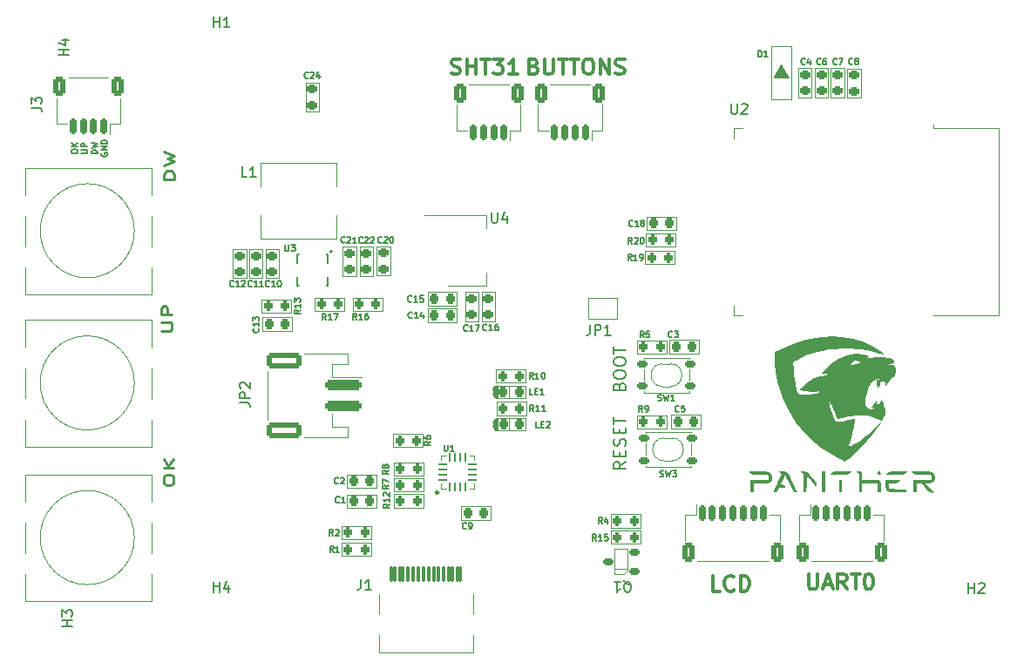
<source format=gto>
G04 #@! TF.GenerationSoftware,KiCad,Pcbnew,(6.0.11)*
G04 #@! TF.CreationDate,2023-03-03T14:47:03+07:00*
G04 #@! TF.ProjectId,chargerV1,63686172-6765-4725-9631-2e6b69636164,rev?*
G04 #@! TF.SameCoordinates,Original*
G04 #@! TF.FileFunction,Legend,Top*
G04 #@! TF.FilePolarity,Positive*
%FSLAX46Y46*%
G04 Gerber Fmt 4.6, Leading zero omitted, Abs format (unit mm)*
G04 Created by KiCad (PCBNEW (6.0.11)) date 2023-03-03 14:47:03*
%MOMM*%
%LPD*%
G01*
G04 APERTURE LIST*
G04 Aperture macros list*
%AMRoundRect*
0 Rectangle with rounded corners*
0 $1 Rounding radius*
0 $2 $3 $4 $5 $6 $7 $8 $9 X,Y pos of 4 corners*
0 Add a 4 corners polygon primitive as box body*
4,1,4,$2,$3,$4,$5,$6,$7,$8,$9,$2,$3,0*
0 Add four circle primitives for the rounded corners*
1,1,$1+$1,$2,$3*
1,1,$1+$1,$4,$5*
1,1,$1+$1,$6,$7*
1,1,$1+$1,$8,$9*
0 Add four rect primitives between the rounded corners*
20,1,$1+$1,$2,$3,$4,$5,0*
20,1,$1+$1,$4,$5,$6,$7,0*
20,1,$1+$1,$6,$7,$8,$9,0*
20,1,$1+$1,$8,$9,$2,$3,0*%
G04 Aperture macros list end*
%ADD10C,0.300000*%
%ADD11C,0.150000*%
%ADD12C,0.250000*%
%ADD13C,0.120000*%
%ADD14C,0.050000*%
%ADD15C,0.158750*%
%ADD16C,0.200000*%
%ADD17C,0.100000*%
%ADD18C,0.260000*%
%ADD19C,0.010000*%
%ADD20RoundRect,0.150000X0.350000X0.150000X-0.350000X0.150000X-0.350000X-0.150000X0.350000X-0.150000X0*%
%ADD21RoundRect,0.200000X-0.200000X-0.275000X0.200000X-0.275000X0.200000X0.275000X-0.200000X0.275000X0*%
%ADD22R,3.048000X1.850000*%
%ADD23RoundRect,0.225000X-0.250000X0.225000X-0.250000X-0.225000X0.250000X-0.225000X0.250000X0.225000X0*%
%ADD24RoundRect,0.218750X-0.218750X-0.256250X0.218750X-0.256250X0.218750X0.256250X-0.218750X0.256250X0*%
%ADD25RoundRect,0.225000X0.250000X-0.225000X0.250000X0.225000X-0.250000X0.225000X-0.250000X-0.225000X0*%
%ADD26RoundRect,0.150000X0.150000X0.625000X-0.150000X0.625000X-0.150000X-0.625000X0.150000X-0.625000X0*%
%ADD27RoundRect,0.250000X0.350000X0.650000X-0.350000X0.650000X-0.350000X-0.650000X0.350000X-0.650000X0*%
%ADD28RoundRect,0.200000X0.200000X0.275000X-0.200000X0.275000X-0.200000X-0.275000X0.200000X-0.275000X0*%
%ADD29R,0.900000X1.500000*%
%ADD30R,1.500000X0.900000*%
%ADD31C,0.475000*%
%ADD32R,4.200000X4.200000*%
%ADD33RoundRect,0.225000X0.225000X0.250000X-0.225000X0.250000X-0.225000X-0.250000X0.225000X-0.250000X0*%
%ADD34R,1.000000X1.500000*%
%ADD35RoundRect,0.150000X-0.150000X-0.625000X0.150000X-0.625000X0.150000X0.625000X-0.150000X0.625000X0*%
%ADD36RoundRect,0.250000X-0.350000X-0.650000X0.350000X-0.650000X0.350000X0.650000X-0.350000X0.650000X0*%
%ADD37C,0.700000*%
%ADD38C,4.400000*%
%ADD39RoundRect,0.225000X-0.225000X-0.250000X0.225000X-0.250000X0.225000X0.250000X-0.225000X0.250000X0*%
%ADD40RoundRect,0.162500X-0.362500X-0.162500X0.362500X-0.162500X0.362500X0.162500X-0.362500X0.162500X0*%
%ADD41RoundRect,0.062500X0.062500X-0.375000X0.062500X0.375000X-0.062500X0.375000X-0.062500X-0.375000X0*%
%ADD42RoundRect,0.062500X0.375000X-0.062500X0.375000X0.062500X-0.375000X0.062500X-0.375000X-0.062500X0*%
%ADD43R,1.600000X1.600000*%
%ADD44R,1.500000X2.200000*%
%ADD45RoundRect,0.250000X-1.500000X0.250000X-1.500000X-0.250000X1.500000X-0.250000X1.500000X0.250000X0*%
%ADD46RoundRect,0.250001X-1.449999X0.499999X-1.449999X-0.499999X1.449999X-0.499999X1.449999X0.499999X0*%
%ADD47C,0.650000*%
%ADD48RoundRect,0.075000X-0.075000X-0.675000X0.075000X-0.675000X0.075000X0.675000X-0.075000X0.675000X0*%
%ADD49O,1.000000X2.100000*%
%ADD50O,1.000000X1.600000*%
%ADD51R,2.000000X1.500000*%
%ADD52R,2.000000X3.800000*%
%ADD53R,1.700000X1.300000*%
%ADD54R,3.500000X3.500000*%
%ADD55C,3.500000*%
G04 APERTURE END LIST*
D10*
X85765714Y-33077142D02*
X85980000Y-33148571D01*
X86337142Y-33148571D01*
X86480000Y-33077142D01*
X86551428Y-33005714D01*
X86622857Y-32862857D01*
X86622857Y-32720000D01*
X86551428Y-32577142D01*
X86480000Y-32505714D01*
X86337142Y-32434285D01*
X86051428Y-32362857D01*
X85908571Y-32291428D01*
X85837142Y-32220000D01*
X85765714Y-32077142D01*
X85765714Y-31934285D01*
X85837142Y-31791428D01*
X85908571Y-31720000D01*
X86051428Y-31648571D01*
X86408571Y-31648571D01*
X86622857Y-31720000D01*
X87265714Y-33148571D02*
X87265714Y-31648571D01*
X87265714Y-32362857D02*
X88122857Y-32362857D01*
X88122857Y-33148571D02*
X88122857Y-31648571D01*
X88622857Y-31648571D02*
X89480000Y-31648571D01*
X89051428Y-33148571D02*
X89051428Y-31648571D01*
X89837142Y-31648571D02*
X90765714Y-31648571D01*
X90265714Y-32220000D01*
X90480000Y-32220000D01*
X90622857Y-32291428D01*
X90694285Y-32362857D01*
X90765714Y-32505714D01*
X90765714Y-32862857D01*
X90694285Y-33005714D01*
X90622857Y-33077142D01*
X90480000Y-33148571D01*
X90051428Y-33148571D01*
X89908571Y-33077142D01*
X89837142Y-33005714D01*
X92194285Y-33148571D02*
X91337142Y-33148571D01*
X91765714Y-33148571D02*
X91765714Y-31648571D01*
X91622857Y-31862857D01*
X91480000Y-32005714D01*
X91337142Y-32077142D01*
X93782857Y-32362857D02*
X93997142Y-32434285D01*
X94068571Y-32505714D01*
X94140000Y-32648571D01*
X94140000Y-32862857D01*
X94068571Y-33005714D01*
X93997142Y-33077142D01*
X93854285Y-33148571D01*
X93282857Y-33148571D01*
X93282857Y-31648571D01*
X93782857Y-31648571D01*
X93925714Y-31720000D01*
X93997142Y-31791428D01*
X94068571Y-31934285D01*
X94068571Y-32077142D01*
X93997142Y-32220000D01*
X93925714Y-32291428D01*
X93782857Y-32362857D01*
X93282857Y-32362857D01*
X94782857Y-31648571D02*
X94782857Y-32862857D01*
X94854285Y-33005714D01*
X94925714Y-33077142D01*
X95068571Y-33148571D01*
X95354285Y-33148571D01*
X95497142Y-33077142D01*
X95568571Y-33005714D01*
X95640000Y-32862857D01*
X95640000Y-31648571D01*
X96140000Y-31648571D02*
X96997142Y-31648571D01*
X96568571Y-33148571D02*
X96568571Y-31648571D01*
X97282857Y-31648571D02*
X98140000Y-31648571D01*
X97711428Y-33148571D02*
X97711428Y-31648571D01*
X98925714Y-31648571D02*
X99211428Y-31648571D01*
X99354285Y-31720000D01*
X99497142Y-31862857D01*
X99568571Y-32148571D01*
X99568571Y-32648571D01*
X99497142Y-32934285D01*
X99354285Y-33077142D01*
X99211428Y-33148571D01*
X98925714Y-33148571D01*
X98782857Y-33077142D01*
X98640000Y-32934285D01*
X98568571Y-32648571D01*
X98568571Y-32148571D01*
X98640000Y-31862857D01*
X98782857Y-31720000D01*
X98925714Y-31648571D01*
X100211428Y-33148571D02*
X100211428Y-31648571D01*
X101068571Y-33148571D01*
X101068571Y-31648571D01*
X101711428Y-33077142D02*
X101925714Y-33148571D01*
X102282857Y-33148571D01*
X102425714Y-33077142D01*
X102497142Y-33005714D01*
X102568571Y-32862857D01*
X102568571Y-32720000D01*
X102497142Y-32577142D01*
X102425714Y-32505714D01*
X102282857Y-32434285D01*
X101997142Y-32362857D01*
X101854285Y-32291428D01*
X101782857Y-32220000D01*
X101711428Y-32077142D01*
X101711428Y-31934285D01*
X101782857Y-31791428D01*
X101854285Y-31720000D01*
X101997142Y-31648571D01*
X102354285Y-31648571D01*
X102568571Y-31720000D01*
D11*
X102702857Y-70792857D02*
X102131428Y-71192857D01*
X102702857Y-71478571D02*
X101502857Y-71478571D01*
X101502857Y-71021428D01*
X101560000Y-70907142D01*
X101617142Y-70850000D01*
X101731428Y-70792857D01*
X101902857Y-70792857D01*
X102017142Y-70850000D01*
X102074285Y-70907142D01*
X102131428Y-71021428D01*
X102131428Y-71478571D01*
X102074285Y-70278571D02*
X102074285Y-69878571D01*
X102702857Y-69707142D02*
X102702857Y-70278571D01*
X101502857Y-70278571D01*
X101502857Y-69707142D01*
X102645714Y-69250000D02*
X102702857Y-69078571D01*
X102702857Y-68792857D01*
X102645714Y-68678571D01*
X102588571Y-68621428D01*
X102474285Y-68564285D01*
X102360000Y-68564285D01*
X102245714Y-68621428D01*
X102188571Y-68678571D01*
X102131428Y-68792857D01*
X102074285Y-69021428D01*
X102017142Y-69135714D01*
X101960000Y-69192857D01*
X101845714Y-69250000D01*
X101731428Y-69250000D01*
X101617142Y-69192857D01*
X101560000Y-69135714D01*
X101502857Y-69021428D01*
X101502857Y-68735714D01*
X101560000Y-68564285D01*
X102074285Y-68050000D02*
X102074285Y-67650000D01*
X102702857Y-67478571D02*
X102702857Y-68050000D01*
X101502857Y-68050000D01*
X101502857Y-67478571D01*
X101502857Y-67135714D02*
X101502857Y-66450000D01*
X102702857Y-66792857D02*
X101502857Y-66792857D01*
D10*
X111864285Y-83378571D02*
X111150000Y-83378571D01*
X111150000Y-81878571D01*
X113221428Y-83235714D02*
X113150000Y-83307142D01*
X112935714Y-83378571D01*
X112792857Y-83378571D01*
X112578571Y-83307142D01*
X112435714Y-83164285D01*
X112364285Y-83021428D01*
X112292857Y-82735714D01*
X112292857Y-82521428D01*
X112364285Y-82235714D01*
X112435714Y-82092857D01*
X112578571Y-81950000D01*
X112792857Y-81878571D01*
X112935714Y-81878571D01*
X113150000Y-81950000D01*
X113221428Y-82021428D01*
X113864285Y-83378571D02*
X113864285Y-81878571D01*
X114221428Y-81878571D01*
X114435714Y-81950000D01*
X114578571Y-82092857D01*
X114650000Y-82235714D01*
X114721428Y-82521428D01*
X114721428Y-82735714D01*
X114650000Y-83021428D01*
X114578571Y-83164285D01*
X114435714Y-83307142D01*
X114221428Y-83378571D01*
X113864285Y-83378571D01*
X120442857Y-81698571D02*
X120442857Y-82912857D01*
X120514285Y-83055714D01*
X120585714Y-83127142D01*
X120728571Y-83198571D01*
X121014285Y-83198571D01*
X121157142Y-83127142D01*
X121228571Y-83055714D01*
X121300000Y-82912857D01*
X121300000Y-81698571D01*
X121942857Y-82770000D02*
X122657142Y-82770000D01*
X121800000Y-83198571D02*
X122300000Y-81698571D01*
X122800000Y-83198571D01*
X124157142Y-83198571D02*
X123657142Y-82484285D01*
X123300000Y-83198571D02*
X123300000Y-81698571D01*
X123871428Y-81698571D01*
X124014285Y-81770000D01*
X124085714Y-81841428D01*
X124157142Y-81984285D01*
X124157142Y-82198571D01*
X124085714Y-82341428D01*
X124014285Y-82412857D01*
X123871428Y-82484285D01*
X123300000Y-82484285D01*
X124585714Y-81698571D02*
X125442857Y-81698571D01*
X125014285Y-83198571D02*
X125014285Y-81698571D01*
X126228571Y-81698571D02*
X126371428Y-81698571D01*
X126514285Y-81770000D01*
X126585714Y-81841428D01*
X126657142Y-81984285D01*
X126728571Y-82270000D01*
X126728571Y-82627142D01*
X126657142Y-82912857D01*
X126585714Y-83055714D01*
X126514285Y-83127142D01*
X126371428Y-83198571D01*
X126228571Y-83198571D01*
X126085714Y-83127142D01*
X126014285Y-83055714D01*
X125942857Y-82912857D01*
X125871428Y-82627142D01*
X125871428Y-82270000D01*
X125942857Y-81984285D01*
X126014285Y-81841428D01*
X126085714Y-81770000D01*
X126228571Y-81698571D01*
D12*
X57782380Y-72702857D02*
X57782380Y-72417142D01*
X57830000Y-72274285D01*
X57925238Y-72131428D01*
X58115714Y-72060000D01*
X58449047Y-72060000D01*
X58639523Y-72131428D01*
X58734761Y-72274285D01*
X58782380Y-72417142D01*
X58782380Y-72702857D01*
X58734761Y-72845714D01*
X58639523Y-72988571D01*
X58449047Y-73060000D01*
X58115714Y-73060000D01*
X57925238Y-72988571D01*
X57830000Y-72845714D01*
X57782380Y-72702857D01*
X58782380Y-71417142D02*
X57782380Y-71417142D01*
X58782380Y-70560000D02*
X58210952Y-71202857D01*
X57782380Y-70560000D02*
X58353809Y-71417142D01*
D11*
X48822428Y-40707142D02*
X48822428Y-40592857D01*
X48851000Y-40535714D01*
X48908142Y-40478571D01*
X49022428Y-40450000D01*
X49222428Y-40450000D01*
X49336714Y-40478571D01*
X49393857Y-40535714D01*
X49422428Y-40592857D01*
X49422428Y-40707142D01*
X49393857Y-40764285D01*
X49336714Y-40821428D01*
X49222428Y-40850000D01*
X49022428Y-40850000D01*
X48908142Y-40821428D01*
X48851000Y-40764285D01*
X48822428Y-40707142D01*
X49422428Y-40192857D02*
X48822428Y-40192857D01*
X49422428Y-39850000D02*
X49079571Y-40107142D01*
X48822428Y-39850000D02*
X49165285Y-40192857D01*
X49788428Y-40821428D02*
X50274142Y-40821428D01*
X50331285Y-40792857D01*
X50359857Y-40764285D01*
X50388428Y-40707142D01*
X50388428Y-40592857D01*
X50359857Y-40535714D01*
X50331285Y-40507142D01*
X50274142Y-40478571D01*
X49788428Y-40478571D01*
X50388428Y-40192857D02*
X49788428Y-40192857D01*
X49788428Y-39964285D01*
X49817000Y-39907142D01*
X49845571Y-39878571D01*
X49902714Y-39850000D01*
X49988428Y-39850000D01*
X50045571Y-39878571D01*
X50074142Y-39907142D01*
X50102714Y-39964285D01*
X50102714Y-40192857D01*
X51354428Y-40850000D02*
X50754428Y-40850000D01*
X50754428Y-40707142D01*
X50783000Y-40621428D01*
X50840142Y-40564285D01*
X50897285Y-40535714D01*
X51011571Y-40507142D01*
X51097285Y-40507142D01*
X51211571Y-40535714D01*
X51268714Y-40564285D01*
X51325857Y-40621428D01*
X51354428Y-40707142D01*
X51354428Y-40850000D01*
X50754428Y-40307142D02*
X51354428Y-40164285D01*
X50925857Y-40050000D01*
X51354428Y-39935714D01*
X50754428Y-39792857D01*
X51749000Y-40807142D02*
X51720428Y-40864285D01*
X51720428Y-40950000D01*
X51749000Y-41035714D01*
X51806142Y-41092857D01*
X51863285Y-41121428D01*
X51977571Y-41150000D01*
X52063285Y-41150000D01*
X52177571Y-41121428D01*
X52234714Y-41092857D01*
X52291857Y-41035714D01*
X52320428Y-40950000D01*
X52320428Y-40892857D01*
X52291857Y-40807142D01*
X52263285Y-40778571D01*
X52063285Y-40778571D01*
X52063285Y-40892857D01*
X52320428Y-40521428D02*
X51720428Y-40521428D01*
X52320428Y-40178571D01*
X51720428Y-40178571D01*
X52320428Y-39892857D02*
X51720428Y-39892857D01*
X51720428Y-39750000D01*
X51749000Y-39664285D01*
X51806142Y-39607142D01*
X51863285Y-39578571D01*
X51977571Y-39550000D01*
X52063285Y-39550000D01*
X52177571Y-39578571D01*
X52234714Y-39607142D01*
X52291857Y-39664285D01*
X52320428Y-39750000D01*
X52320428Y-39892857D01*
D12*
X57602380Y-58078571D02*
X58411904Y-58078571D01*
X58507142Y-58007142D01*
X58554761Y-57935714D01*
X58602380Y-57792857D01*
X58602380Y-57507142D01*
X58554761Y-57364285D01*
X58507142Y-57292857D01*
X58411904Y-57221428D01*
X57602380Y-57221428D01*
X58602380Y-56507142D02*
X57602380Y-56507142D01*
X57602380Y-55935714D01*
X57650000Y-55792857D01*
X57697619Y-55721428D01*
X57792857Y-55650000D01*
X57935714Y-55650000D01*
X58030952Y-55721428D01*
X58078571Y-55792857D01*
X58126190Y-55935714D01*
X58126190Y-56507142D01*
D11*
X102064285Y-63478571D02*
X102121428Y-63307142D01*
X102178571Y-63250000D01*
X102292857Y-63192857D01*
X102464285Y-63192857D01*
X102578571Y-63250000D01*
X102635714Y-63307142D01*
X102692857Y-63421428D01*
X102692857Y-63878571D01*
X101492857Y-63878571D01*
X101492857Y-63478571D01*
X101550000Y-63364285D01*
X101607142Y-63307142D01*
X101721428Y-63250000D01*
X101835714Y-63250000D01*
X101950000Y-63307142D01*
X102007142Y-63364285D01*
X102064285Y-63478571D01*
X102064285Y-63878571D01*
X101492857Y-62450000D02*
X101492857Y-62221428D01*
X101550000Y-62107142D01*
X101664285Y-61992857D01*
X101892857Y-61935714D01*
X102292857Y-61935714D01*
X102521428Y-61992857D01*
X102635714Y-62107142D01*
X102692857Y-62221428D01*
X102692857Y-62450000D01*
X102635714Y-62564285D01*
X102521428Y-62678571D01*
X102292857Y-62735714D01*
X101892857Y-62735714D01*
X101664285Y-62678571D01*
X101550000Y-62564285D01*
X101492857Y-62450000D01*
X101492857Y-61192857D02*
X101492857Y-60964285D01*
X101550000Y-60850000D01*
X101664285Y-60735714D01*
X101892857Y-60678571D01*
X102292857Y-60678571D01*
X102521428Y-60735714D01*
X102635714Y-60850000D01*
X102692857Y-60964285D01*
X102692857Y-61192857D01*
X102635714Y-61307142D01*
X102521428Y-61421428D01*
X102292857Y-61478571D01*
X101892857Y-61478571D01*
X101664285Y-61421428D01*
X101550000Y-61307142D01*
X101492857Y-61192857D01*
X101492857Y-60335714D02*
X101492857Y-59650000D01*
X102692857Y-59992857D02*
X101492857Y-59992857D01*
D12*
X58832380Y-43340000D02*
X57832380Y-43340000D01*
X57832380Y-42982857D01*
X57880000Y-42768571D01*
X57975238Y-42625714D01*
X58070476Y-42554285D01*
X58260952Y-42482857D01*
X58403809Y-42482857D01*
X58594285Y-42554285D01*
X58689523Y-42625714D01*
X58784761Y-42768571D01*
X58832380Y-42982857D01*
X58832380Y-43340000D01*
X57832380Y-41982857D02*
X58832380Y-41625714D01*
X58118095Y-41340000D01*
X58832380Y-41054285D01*
X57832380Y-40697142D01*
D11*
X102475238Y-82392380D02*
X102570476Y-82440000D01*
X102665714Y-82535238D01*
X102808571Y-82678095D01*
X102903809Y-82725714D01*
X102999047Y-82725714D01*
X102951428Y-82487619D02*
X103046666Y-82535238D01*
X103141904Y-82630476D01*
X103189523Y-82820952D01*
X103189523Y-83154285D01*
X103141904Y-83344761D01*
X103046666Y-83440000D01*
X102951428Y-83487619D01*
X102760952Y-83487619D01*
X102665714Y-83440000D01*
X102570476Y-83344761D01*
X102522857Y-83154285D01*
X102522857Y-82820952D01*
X102570476Y-82630476D01*
X102665714Y-82535238D01*
X102760952Y-82487619D01*
X102951428Y-82487619D01*
X101570476Y-82487619D02*
X102141904Y-82487619D01*
X101856190Y-82487619D02*
X101856190Y-83487619D01*
X101951428Y-83344761D01*
X102046666Y-83249523D01*
X102141904Y-83201904D01*
X74270000Y-77971428D02*
X74070000Y-77685714D01*
X73927142Y-77971428D02*
X73927142Y-77371428D01*
X74155714Y-77371428D01*
X74212857Y-77400000D01*
X74241428Y-77428571D01*
X74270000Y-77485714D01*
X74270000Y-77571428D01*
X74241428Y-77628571D01*
X74212857Y-77657142D01*
X74155714Y-77685714D01*
X73927142Y-77685714D01*
X74498571Y-77428571D02*
X74527142Y-77400000D01*
X74584285Y-77371428D01*
X74727142Y-77371428D01*
X74784285Y-77400000D01*
X74812857Y-77428571D01*
X74841428Y-77485714D01*
X74841428Y-77542857D01*
X74812857Y-77628571D01*
X74470000Y-77971428D01*
X74841428Y-77971428D01*
X71844285Y-33484285D02*
X71815714Y-33512857D01*
X71730000Y-33541428D01*
X71672857Y-33541428D01*
X71587142Y-33512857D01*
X71530000Y-33455714D01*
X71501428Y-33398571D01*
X71472857Y-33284285D01*
X71472857Y-33198571D01*
X71501428Y-33084285D01*
X71530000Y-33027142D01*
X71587142Y-32970000D01*
X71672857Y-32941428D01*
X71730000Y-32941428D01*
X71815714Y-32970000D01*
X71844285Y-32998571D01*
X72072857Y-32998571D02*
X72101428Y-32970000D01*
X72158571Y-32941428D01*
X72301428Y-32941428D01*
X72358571Y-32970000D01*
X72387142Y-32998571D01*
X72415714Y-33055714D01*
X72415714Y-33112857D01*
X72387142Y-33198571D01*
X72044285Y-33541428D01*
X72415714Y-33541428D01*
X72930000Y-33141428D02*
X72930000Y-33541428D01*
X72787142Y-32912857D02*
X72644285Y-33341428D01*
X73015714Y-33341428D01*
X93648571Y-64261428D02*
X93362857Y-64261428D01*
X93362857Y-63661428D01*
X93848571Y-63947142D02*
X94048571Y-63947142D01*
X94134285Y-64261428D02*
X93848571Y-64261428D01*
X93848571Y-63661428D01*
X94134285Y-63661428D01*
X94705714Y-64261428D02*
X94362857Y-64261428D01*
X94534285Y-64261428D02*
X94534285Y-63661428D01*
X94477142Y-63747142D01*
X94420000Y-63804285D01*
X94362857Y-63832857D01*
X103314285Y-49611428D02*
X103114285Y-49325714D01*
X102971428Y-49611428D02*
X102971428Y-49011428D01*
X103200000Y-49011428D01*
X103257142Y-49040000D01*
X103285714Y-49068571D01*
X103314285Y-49125714D01*
X103314285Y-49211428D01*
X103285714Y-49268571D01*
X103257142Y-49297142D01*
X103200000Y-49325714D01*
X102971428Y-49325714D01*
X103542857Y-49068571D02*
X103571428Y-49040000D01*
X103628571Y-49011428D01*
X103771428Y-49011428D01*
X103828571Y-49040000D01*
X103857142Y-49068571D01*
X103885714Y-49125714D01*
X103885714Y-49182857D01*
X103857142Y-49268571D01*
X103514285Y-49611428D01*
X103885714Y-49611428D01*
X104257142Y-49011428D02*
X104314285Y-49011428D01*
X104371428Y-49040000D01*
X104400000Y-49068571D01*
X104428571Y-49125714D01*
X104457142Y-49240000D01*
X104457142Y-49382857D01*
X104428571Y-49497142D01*
X104400000Y-49554285D01*
X104371428Y-49582857D01*
X104314285Y-49611428D01*
X104257142Y-49611428D01*
X104200000Y-49582857D01*
X104171428Y-49554285D01*
X104142857Y-49497142D01*
X104114285Y-49382857D01*
X104114285Y-49240000D01*
X104142857Y-49125714D01*
X104171428Y-49068571D01*
X104200000Y-49040000D01*
X104257142Y-49011428D01*
X121625000Y-32139285D02*
X121596428Y-32167857D01*
X121510714Y-32196428D01*
X121453571Y-32196428D01*
X121367857Y-32167857D01*
X121310714Y-32110714D01*
X121282142Y-32053571D01*
X121253571Y-31939285D01*
X121253571Y-31853571D01*
X121282142Y-31739285D01*
X121310714Y-31682142D01*
X121367857Y-31625000D01*
X121453571Y-31596428D01*
X121510714Y-31596428D01*
X121596428Y-31625000D01*
X121625000Y-31653571D01*
X122139285Y-31596428D02*
X122025000Y-31596428D01*
X121967857Y-31625000D01*
X121939285Y-31653571D01*
X121882142Y-31739285D01*
X121853571Y-31853571D01*
X121853571Y-32082142D01*
X121882142Y-32139285D01*
X121910714Y-32167857D01*
X121967857Y-32196428D01*
X122082142Y-32196428D01*
X122139285Y-32167857D01*
X122167857Y-32139285D01*
X122196428Y-32082142D01*
X122196428Y-31939285D01*
X122167857Y-31882142D01*
X122139285Y-31853571D01*
X122082142Y-31825000D01*
X121967857Y-31825000D01*
X121910714Y-31853571D01*
X121882142Y-31882142D01*
X121853571Y-31939285D01*
X64584285Y-53734285D02*
X64555714Y-53762857D01*
X64470000Y-53791428D01*
X64412857Y-53791428D01*
X64327142Y-53762857D01*
X64270000Y-53705714D01*
X64241428Y-53648571D01*
X64212857Y-53534285D01*
X64212857Y-53448571D01*
X64241428Y-53334285D01*
X64270000Y-53277142D01*
X64327142Y-53220000D01*
X64412857Y-53191428D01*
X64470000Y-53191428D01*
X64555714Y-53220000D01*
X64584285Y-53248571D01*
X65155714Y-53791428D02*
X64812857Y-53791428D01*
X64984285Y-53791428D02*
X64984285Y-53191428D01*
X64927142Y-53277142D01*
X64870000Y-53334285D01*
X64812857Y-53362857D01*
X65384285Y-53248571D02*
X65412857Y-53220000D01*
X65470000Y-53191428D01*
X65612857Y-53191428D01*
X65670000Y-53220000D01*
X65698571Y-53248571D01*
X65727142Y-53305714D01*
X65727142Y-53362857D01*
X65698571Y-53448571D01*
X65355714Y-53791428D01*
X65727142Y-53791428D01*
X94288571Y-67471428D02*
X94002857Y-67471428D01*
X94002857Y-66871428D01*
X94488571Y-67157142D02*
X94688571Y-67157142D01*
X94774285Y-67471428D02*
X94488571Y-67471428D01*
X94488571Y-66871428D01*
X94774285Y-66871428D01*
X95002857Y-66928571D02*
X95031428Y-66900000D01*
X95088571Y-66871428D01*
X95231428Y-66871428D01*
X95288571Y-66900000D01*
X95317142Y-66928571D01*
X95345714Y-66985714D01*
X95345714Y-67042857D01*
X95317142Y-67128571D01*
X94974285Y-67471428D01*
X95345714Y-67471428D01*
X124740000Y-32109285D02*
X124711428Y-32137857D01*
X124625714Y-32166428D01*
X124568571Y-32166428D01*
X124482857Y-32137857D01*
X124425714Y-32080714D01*
X124397142Y-32023571D01*
X124368571Y-31909285D01*
X124368571Y-31823571D01*
X124397142Y-31709285D01*
X124425714Y-31652142D01*
X124482857Y-31595000D01*
X124568571Y-31566428D01*
X124625714Y-31566428D01*
X124711428Y-31595000D01*
X124740000Y-31623571D01*
X125082857Y-31823571D02*
X125025714Y-31795000D01*
X124997142Y-31766428D01*
X124968571Y-31709285D01*
X124968571Y-31680714D01*
X124997142Y-31623571D01*
X125025714Y-31595000D01*
X125082857Y-31566428D01*
X125197142Y-31566428D01*
X125254285Y-31595000D01*
X125282857Y-31623571D01*
X125311428Y-31680714D01*
X125311428Y-31709285D01*
X125282857Y-31766428D01*
X125254285Y-31795000D01*
X125197142Y-31823571D01*
X125082857Y-31823571D01*
X125025714Y-31852142D01*
X124997142Y-31880714D01*
X124968571Y-31937857D01*
X124968571Y-32052142D01*
X124997142Y-32109285D01*
X125025714Y-32137857D01*
X125082857Y-32166428D01*
X125197142Y-32166428D01*
X125254285Y-32137857D01*
X125282857Y-32109285D01*
X125311428Y-32052142D01*
X125311428Y-31937857D01*
X125282857Y-31880714D01*
X125254285Y-31852142D01*
X125197142Y-31823571D01*
X44962380Y-36388333D02*
X45676666Y-36388333D01*
X45819523Y-36435952D01*
X45914761Y-36531190D01*
X45962380Y-36674047D01*
X45962380Y-36769285D01*
X44962380Y-36007380D02*
X44962380Y-35388333D01*
X45343333Y-35721666D01*
X45343333Y-35578809D01*
X45390952Y-35483571D01*
X45438571Y-35435952D01*
X45533809Y-35388333D01*
X45771904Y-35388333D01*
X45867142Y-35435952D01*
X45914761Y-35483571D01*
X45962380Y-35578809D01*
X45962380Y-35864523D01*
X45914761Y-35959761D01*
X45867142Y-36007380D01*
X69554880Y-49709523D02*
X69554880Y-50227619D01*
X69585357Y-50288571D01*
X69615833Y-50319047D01*
X69676785Y-50349523D01*
X69798690Y-50349523D01*
X69859642Y-50319047D01*
X69890119Y-50288571D01*
X69920595Y-50227619D01*
X69920595Y-49709523D01*
X70164404Y-49709523D02*
X70560595Y-49709523D01*
X70347261Y-49953333D01*
X70438690Y-49953333D01*
X70499642Y-49983809D01*
X70530119Y-50014285D01*
X70560595Y-50075238D01*
X70560595Y-50227619D01*
X70530119Y-50288571D01*
X70499642Y-50319047D01*
X70438690Y-50349523D01*
X70255833Y-50349523D01*
X70194880Y-50319047D01*
X70164404Y-50288571D01*
X120110000Y-32139285D02*
X120081428Y-32167857D01*
X119995714Y-32196428D01*
X119938571Y-32196428D01*
X119852857Y-32167857D01*
X119795714Y-32110714D01*
X119767142Y-32053571D01*
X119738571Y-31939285D01*
X119738571Y-31853571D01*
X119767142Y-31739285D01*
X119795714Y-31682142D01*
X119852857Y-31625000D01*
X119938571Y-31596428D01*
X119995714Y-31596428D01*
X120081428Y-31625000D01*
X120110000Y-31653571D01*
X120624285Y-31796428D02*
X120624285Y-32196428D01*
X120481428Y-31567857D02*
X120338571Y-31996428D01*
X120710000Y-31996428D01*
X100402500Y-76821428D02*
X100202500Y-76535714D01*
X100059642Y-76821428D02*
X100059642Y-76221428D01*
X100288214Y-76221428D01*
X100345357Y-76250000D01*
X100373928Y-76278571D01*
X100402500Y-76335714D01*
X100402500Y-76421428D01*
X100373928Y-76478571D01*
X100345357Y-76507142D01*
X100288214Y-76535714D01*
X100059642Y-76535714D01*
X100916785Y-76421428D02*
X100916785Y-76821428D01*
X100773928Y-76192857D02*
X100631071Y-76621428D01*
X101002500Y-76621428D01*
X104445000Y-58721428D02*
X104245000Y-58435714D01*
X104102142Y-58721428D02*
X104102142Y-58121428D01*
X104330714Y-58121428D01*
X104387857Y-58150000D01*
X104416428Y-58178571D01*
X104445000Y-58235714D01*
X104445000Y-58321428D01*
X104416428Y-58378571D01*
X104387857Y-58407142D01*
X104330714Y-58435714D01*
X104102142Y-58435714D01*
X104987857Y-58121428D02*
X104702142Y-58121428D01*
X104673571Y-58407142D01*
X104702142Y-58378571D01*
X104759285Y-58350000D01*
X104902142Y-58350000D01*
X104959285Y-58378571D01*
X104987857Y-58407142D01*
X105016428Y-58464285D01*
X105016428Y-58607142D01*
X104987857Y-58664285D01*
X104959285Y-58692857D01*
X104902142Y-58721428D01*
X104759285Y-58721428D01*
X104702142Y-58692857D01*
X104673571Y-58664285D01*
X112938095Y-36002380D02*
X112938095Y-36811904D01*
X112985714Y-36907142D01*
X113033333Y-36954761D01*
X113128571Y-37002380D01*
X113319047Y-37002380D01*
X113414285Y-36954761D01*
X113461904Y-36907142D01*
X113509523Y-36811904D01*
X113509523Y-36002380D01*
X113938095Y-36097619D02*
X113985714Y-36050000D01*
X114080952Y-36002380D01*
X114319047Y-36002380D01*
X114414285Y-36050000D01*
X114461904Y-36097619D01*
X114509523Y-36192857D01*
X114509523Y-36288095D01*
X114461904Y-36430952D01*
X113890476Y-37002380D01*
X114509523Y-37002380D01*
X107860000Y-65894285D02*
X107831428Y-65922857D01*
X107745714Y-65951428D01*
X107688571Y-65951428D01*
X107602857Y-65922857D01*
X107545714Y-65865714D01*
X107517142Y-65808571D01*
X107488571Y-65694285D01*
X107488571Y-65608571D01*
X107517142Y-65494285D01*
X107545714Y-65437142D01*
X107602857Y-65380000D01*
X107688571Y-65351428D01*
X107745714Y-65351428D01*
X107831428Y-65380000D01*
X107860000Y-65408571D01*
X108402857Y-65351428D02*
X108117142Y-65351428D01*
X108088571Y-65637142D01*
X108117142Y-65608571D01*
X108174285Y-65580000D01*
X108317142Y-65580000D01*
X108374285Y-65608571D01*
X108402857Y-65637142D01*
X108431428Y-65694285D01*
X108431428Y-65837142D01*
X108402857Y-65894285D01*
X108374285Y-65922857D01*
X108317142Y-65951428D01*
X108174285Y-65951428D01*
X108117142Y-65922857D01*
X108088571Y-65894285D01*
X78976785Y-49464285D02*
X78948214Y-49492857D01*
X78862500Y-49521428D01*
X78805357Y-49521428D01*
X78719642Y-49492857D01*
X78662500Y-49435714D01*
X78633928Y-49378571D01*
X78605357Y-49264285D01*
X78605357Y-49178571D01*
X78633928Y-49064285D01*
X78662500Y-49007142D01*
X78719642Y-48950000D01*
X78805357Y-48921428D01*
X78862500Y-48921428D01*
X78948214Y-48950000D01*
X78976785Y-48978571D01*
X79205357Y-48978571D02*
X79233928Y-48950000D01*
X79291071Y-48921428D01*
X79433928Y-48921428D01*
X79491071Y-48950000D01*
X79519642Y-48978571D01*
X79548214Y-49035714D01*
X79548214Y-49092857D01*
X79519642Y-49178571D01*
X79176785Y-49521428D01*
X79548214Y-49521428D01*
X79919642Y-48921428D02*
X79976785Y-48921428D01*
X80033928Y-48950000D01*
X80062500Y-48978571D01*
X80091071Y-49035714D01*
X80119642Y-49150000D01*
X80119642Y-49292857D01*
X80091071Y-49407142D01*
X80062500Y-49464285D01*
X80033928Y-49492857D01*
X79976785Y-49521428D01*
X79919642Y-49521428D01*
X79862500Y-49492857D01*
X79833928Y-49464285D01*
X79805357Y-49407142D01*
X79776785Y-49292857D01*
X79776785Y-49150000D01*
X79805357Y-49035714D01*
X79833928Y-48978571D01*
X79862500Y-48950000D01*
X79919642Y-48921428D01*
X99226666Y-57492380D02*
X99226666Y-58206666D01*
X99179047Y-58349523D01*
X99083809Y-58444761D01*
X98940952Y-58492380D01*
X98845714Y-58492380D01*
X99702857Y-58492380D02*
X99702857Y-57492380D01*
X100083809Y-57492380D01*
X100179047Y-57540000D01*
X100226666Y-57587619D01*
X100274285Y-57682857D01*
X100274285Y-57825714D01*
X100226666Y-57920952D01*
X100179047Y-57968571D01*
X100083809Y-58016190D01*
X99702857Y-58016190D01*
X101226666Y-58492380D02*
X100655238Y-58492380D01*
X100940952Y-58492380D02*
X100940952Y-57492380D01*
X100845714Y-57635238D01*
X100750476Y-57730476D01*
X100655238Y-57778095D01*
X74880000Y-74744285D02*
X74851428Y-74772857D01*
X74765714Y-74801428D01*
X74708571Y-74801428D01*
X74622857Y-74772857D01*
X74565714Y-74715714D01*
X74537142Y-74658571D01*
X74508571Y-74544285D01*
X74508571Y-74458571D01*
X74537142Y-74344285D01*
X74565714Y-74287142D01*
X74622857Y-74230000D01*
X74708571Y-74201428D01*
X74765714Y-74201428D01*
X74851428Y-74230000D01*
X74880000Y-74258571D01*
X75451428Y-74801428D02*
X75108571Y-74801428D01*
X75280000Y-74801428D02*
X75280000Y-74201428D01*
X75222857Y-74287142D01*
X75165714Y-74344285D01*
X75108571Y-74372857D01*
X103254285Y-51221428D02*
X103054285Y-50935714D01*
X102911428Y-51221428D02*
X102911428Y-50621428D01*
X103140000Y-50621428D01*
X103197142Y-50650000D01*
X103225714Y-50678571D01*
X103254285Y-50735714D01*
X103254285Y-50821428D01*
X103225714Y-50878571D01*
X103197142Y-50907142D01*
X103140000Y-50935714D01*
X102911428Y-50935714D01*
X103825714Y-51221428D02*
X103482857Y-51221428D01*
X103654285Y-51221428D02*
X103654285Y-50621428D01*
X103597142Y-50707142D01*
X103540000Y-50764285D01*
X103482857Y-50792857D01*
X104111428Y-51221428D02*
X104225714Y-51221428D01*
X104282857Y-51192857D01*
X104311428Y-51164285D01*
X104368571Y-51078571D01*
X104397142Y-50964285D01*
X104397142Y-50735714D01*
X104368571Y-50678571D01*
X104340000Y-50650000D01*
X104282857Y-50621428D01*
X104168571Y-50621428D01*
X104111428Y-50650000D01*
X104082857Y-50678571D01*
X104054285Y-50735714D01*
X104054285Y-50878571D01*
X104082857Y-50935714D01*
X104111428Y-50964285D01*
X104168571Y-50992857D01*
X104282857Y-50992857D01*
X104340000Y-50964285D01*
X104368571Y-50935714D01*
X104397142Y-50878571D01*
X71091428Y-56065714D02*
X70805714Y-56265714D01*
X71091428Y-56408571D02*
X70491428Y-56408571D01*
X70491428Y-56180000D01*
X70520000Y-56122857D01*
X70548571Y-56094285D01*
X70605714Y-56065714D01*
X70691428Y-56065714D01*
X70748571Y-56094285D01*
X70777142Y-56122857D01*
X70805714Y-56180000D01*
X70805714Y-56408571D01*
X71091428Y-55494285D02*
X71091428Y-55837142D01*
X71091428Y-55665714D02*
X70491428Y-55665714D01*
X70577142Y-55722857D01*
X70634285Y-55780000D01*
X70662857Y-55837142D01*
X70491428Y-55294285D02*
X70491428Y-54922857D01*
X70720000Y-55122857D01*
X70720000Y-55037142D01*
X70748571Y-54980000D01*
X70777142Y-54951428D01*
X70834285Y-54922857D01*
X70977142Y-54922857D01*
X71034285Y-54951428D01*
X71062857Y-54980000D01*
X71091428Y-55037142D01*
X71091428Y-55208571D01*
X71062857Y-55265714D01*
X71034285Y-55294285D01*
X48582380Y-31291904D02*
X47582380Y-31291904D01*
X48058571Y-31291904D02*
X48058571Y-30720476D01*
X48582380Y-30720476D02*
X47582380Y-30720476D01*
X47915714Y-29815714D02*
X48582380Y-29815714D01*
X47534761Y-30053809D02*
X48249047Y-30291904D01*
X48249047Y-29672857D01*
X81934285Y-56814285D02*
X81905714Y-56842857D01*
X81820000Y-56871428D01*
X81762857Y-56871428D01*
X81677142Y-56842857D01*
X81620000Y-56785714D01*
X81591428Y-56728571D01*
X81562857Y-56614285D01*
X81562857Y-56528571D01*
X81591428Y-56414285D01*
X81620000Y-56357142D01*
X81677142Y-56300000D01*
X81762857Y-56271428D01*
X81820000Y-56271428D01*
X81905714Y-56300000D01*
X81934285Y-56328571D01*
X82505714Y-56871428D02*
X82162857Y-56871428D01*
X82334285Y-56871428D02*
X82334285Y-56271428D01*
X82277142Y-56357142D01*
X82220000Y-56414285D01*
X82162857Y-56442857D01*
X83020000Y-56471428D02*
X83020000Y-56871428D01*
X82877142Y-56242857D02*
X82734285Y-56671428D01*
X83105714Y-56671428D01*
X74300000Y-79591428D02*
X74100000Y-79305714D01*
X73957142Y-79591428D02*
X73957142Y-78991428D01*
X74185714Y-78991428D01*
X74242857Y-79020000D01*
X74271428Y-79048571D01*
X74300000Y-79105714D01*
X74300000Y-79191428D01*
X74271428Y-79248571D01*
X74242857Y-79277142D01*
X74185714Y-79305714D01*
X73957142Y-79305714D01*
X74871428Y-79591428D02*
X74528571Y-79591428D01*
X74700000Y-79591428D02*
X74700000Y-78991428D01*
X74642857Y-79077142D01*
X74585714Y-79134285D01*
X74528571Y-79162857D01*
X79736428Y-74923214D02*
X79450714Y-75123214D01*
X79736428Y-75266071D02*
X79136428Y-75266071D01*
X79136428Y-75037500D01*
X79165000Y-74980357D01*
X79193571Y-74951785D01*
X79250714Y-74923214D01*
X79336428Y-74923214D01*
X79393571Y-74951785D01*
X79422142Y-74980357D01*
X79450714Y-75037500D01*
X79450714Y-75266071D01*
X79736428Y-74351785D02*
X79736428Y-74694642D01*
X79736428Y-74523214D02*
X79136428Y-74523214D01*
X79222142Y-74580357D01*
X79279285Y-74637500D01*
X79307857Y-74694642D01*
X79193571Y-74123214D02*
X79165000Y-74094642D01*
X79136428Y-74037500D01*
X79136428Y-73894642D01*
X79165000Y-73837500D01*
X79193571Y-73808928D01*
X79250714Y-73780357D01*
X79307857Y-73780357D01*
X79393571Y-73808928D01*
X79736428Y-74151785D01*
X79736428Y-73780357D01*
X81904285Y-55214285D02*
X81875714Y-55242857D01*
X81790000Y-55271428D01*
X81732857Y-55271428D01*
X81647142Y-55242857D01*
X81590000Y-55185714D01*
X81561428Y-55128571D01*
X81532857Y-55014285D01*
X81532857Y-54928571D01*
X81561428Y-54814285D01*
X81590000Y-54757142D01*
X81647142Y-54700000D01*
X81732857Y-54671428D01*
X81790000Y-54671428D01*
X81875714Y-54700000D01*
X81904285Y-54728571D01*
X82475714Y-55271428D02*
X82132857Y-55271428D01*
X82304285Y-55271428D02*
X82304285Y-54671428D01*
X82247142Y-54757142D01*
X82190000Y-54814285D01*
X82132857Y-54842857D01*
X83018571Y-54671428D02*
X82732857Y-54671428D01*
X82704285Y-54957142D01*
X82732857Y-54928571D01*
X82790000Y-54900000D01*
X82932857Y-54900000D01*
X82990000Y-54928571D01*
X83018571Y-54957142D01*
X83047142Y-55014285D01*
X83047142Y-55157142D01*
X83018571Y-55214285D01*
X82990000Y-55242857D01*
X82932857Y-55271428D01*
X82790000Y-55271428D01*
X82732857Y-55242857D01*
X82704285Y-55214285D01*
X76546785Y-56971428D02*
X76346785Y-56685714D01*
X76203928Y-56971428D02*
X76203928Y-56371428D01*
X76432500Y-56371428D01*
X76489642Y-56400000D01*
X76518214Y-56428571D01*
X76546785Y-56485714D01*
X76546785Y-56571428D01*
X76518214Y-56628571D01*
X76489642Y-56657142D01*
X76432500Y-56685714D01*
X76203928Y-56685714D01*
X77118214Y-56971428D02*
X76775357Y-56971428D01*
X76946785Y-56971428D02*
X76946785Y-56371428D01*
X76889642Y-56457142D01*
X76832500Y-56514285D01*
X76775357Y-56542857D01*
X77632500Y-56371428D02*
X77518214Y-56371428D01*
X77461071Y-56400000D01*
X77432500Y-56428571D01*
X77375357Y-56514285D01*
X77346785Y-56628571D01*
X77346785Y-56857142D01*
X77375357Y-56914285D01*
X77403928Y-56942857D01*
X77461071Y-56971428D01*
X77575357Y-56971428D01*
X77632500Y-56942857D01*
X77661071Y-56914285D01*
X77689642Y-56857142D01*
X77689642Y-56714285D01*
X77661071Y-56657142D01*
X77632500Y-56628571D01*
X77575357Y-56600000D01*
X77461071Y-56600000D01*
X77403928Y-56628571D01*
X77375357Y-56657142D01*
X77346785Y-56714285D01*
X93694285Y-62741428D02*
X93494285Y-62455714D01*
X93351428Y-62741428D02*
X93351428Y-62141428D01*
X93580000Y-62141428D01*
X93637142Y-62170000D01*
X93665714Y-62198571D01*
X93694285Y-62255714D01*
X93694285Y-62341428D01*
X93665714Y-62398571D01*
X93637142Y-62427142D01*
X93580000Y-62455714D01*
X93351428Y-62455714D01*
X94265714Y-62741428D02*
X93922857Y-62741428D01*
X94094285Y-62741428D02*
X94094285Y-62141428D01*
X94037142Y-62227142D01*
X93980000Y-62284285D01*
X93922857Y-62312857D01*
X94637142Y-62141428D02*
X94694285Y-62141428D01*
X94751428Y-62170000D01*
X94780000Y-62198571D01*
X94808571Y-62255714D01*
X94837142Y-62370000D01*
X94837142Y-62512857D01*
X94808571Y-62627142D01*
X94780000Y-62684285D01*
X94751428Y-62712857D01*
X94694285Y-62741428D01*
X94637142Y-62741428D01*
X94580000Y-62712857D01*
X94551428Y-62684285D01*
X94522857Y-62627142D01*
X94494285Y-62512857D01*
X94494285Y-62370000D01*
X94522857Y-62255714D01*
X94551428Y-62198571D01*
X94580000Y-62170000D01*
X94637142Y-62141428D01*
X99824285Y-78471428D02*
X99624285Y-78185714D01*
X99481428Y-78471428D02*
X99481428Y-77871428D01*
X99710000Y-77871428D01*
X99767142Y-77900000D01*
X99795714Y-77928571D01*
X99824285Y-77985714D01*
X99824285Y-78071428D01*
X99795714Y-78128571D01*
X99767142Y-78157142D01*
X99710000Y-78185714D01*
X99481428Y-78185714D01*
X100395714Y-78471428D02*
X100052857Y-78471428D01*
X100224285Y-78471428D02*
X100224285Y-77871428D01*
X100167142Y-77957142D01*
X100110000Y-78014285D01*
X100052857Y-78042857D01*
X100938571Y-77871428D02*
X100652857Y-77871428D01*
X100624285Y-78157142D01*
X100652857Y-78128571D01*
X100710000Y-78100000D01*
X100852857Y-78100000D01*
X100910000Y-78128571D01*
X100938571Y-78157142D01*
X100967142Y-78214285D01*
X100967142Y-78357142D01*
X100938571Y-78414285D01*
X100910000Y-78442857D01*
X100852857Y-78471428D01*
X100710000Y-78471428D01*
X100652857Y-78442857D01*
X100624285Y-78414285D01*
X74770000Y-72894285D02*
X74741428Y-72922857D01*
X74655714Y-72951428D01*
X74598571Y-72951428D01*
X74512857Y-72922857D01*
X74455714Y-72865714D01*
X74427142Y-72808571D01*
X74398571Y-72694285D01*
X74398571Y-72608571D01*
X74427142Y-72494285D01*
X74455714Y-72437142D01*
X74512857Y-72380000D01*
X74598571Y-72351428D01*
X74655714Y-72351428D01*
X74741428Y-72380000D01*
X74770000Y-72408571D01*
X74998571Y-72408571D02*
X75027142Y-72380000D01*
X75084285Y-72351428D01*
X75227142Y-72351428D01*
X75284285Y-72380000D01*
X75312857Y-72408571D01*
X75341428Y-72465714D01*
X75341428Y-72522857D01*
X75312857Y-72608571D01*
X74970000Y-72951428D01*
X75341428Y-72951428D01*
X93744285Y-65911428D02*
X93544285Y-65625714D01*
X93401428Y-65911428D02*
X93401428Y-65311428D01*
X93630000Y-65311428D01*
X93687142Y-65340000D01*
X93715714Y-65368571D01*
X93744285Y-65425714D01*
X93744285Y-65511428D01*
X93715714Y-65568571D01*
X93687142Y-65597142D01*
X93630000Y-65625714D01*
X93401428Y-65625714D01*
X94315714Y-65911428D02*
X93972857Y-65911428D01*
X94144285Y-65911428D02*
X94144285Y-65311428D01*
X94087142Y-65397142D01*
X94030000Y-65454285D01*
X93972857Y-65482857D01*
X94887142Y-65911428D02*
X94544285Y-65911428D01*
X94715714Y-65911428D02*
X94715714Y-65311428D01*
X94658571Y-65397142D01*
X94601428Y-65454285D01*
X94544285Y-65482857D01*
X105820000Y-64842857D02*
X105905714Y-64871428D01*
X106048571Y-64871428D01*
X106105714Y-64842857D01*
X106134285Y-64814285D01*
X106162857Y-64757142D01*
X106162857Y-64700000D01*
X106134285Y-64642857D01*
X106105714Y-64614285D01*
X106048571Y-64585714D01*
X105934285Y-64557142D01*
X105877142Y-64528571D01*
X105848571Y-64500000D01*
X105820000Y-64442857D01*
X105820000Y-64385714D01*
X105848571Y-64328571D01*
X105877142Y-64300000D01*
X105934285Y-64271428D01*
X106077142Y-64271428D01*
X106162857Y-64300000D01*
X106362857Y-64271428D02*
X106505714Y-64871428D01*
X106620000Y-64442857D01*
X106734285Y-64871428D01*
X106877142Y-64271428D01*
X107420000Y-64871428D02*
X107077142Y-64871428D01*
X107248571Y-64871428D02*
X107248571Y-64271428D01*
X107191428Y-64357142D01*
X107134285Y-64414285D01*
X107077142Y-64442857D01*
X85042857Y-69171428D02*
X85042857Y-69657142D01*
X85071428Y-69714285D01*
X85100000Y-69742857D01*
X85157142Y-69771428D01*
X85271428Y-69771428D01*
X85328571Y-69742857D01*
X85357142Y-69714285D01*
X85385714Y-69657142D01*
X85385714Y-69171428D01*
X85985714Y-69771428D02*
X85642857Y-69771428D01*
X85814285Y-69771428D02*
X85814285Y-69171428D01*
X85757142Y-69257142D01*
X85700000Y-69314285D01*
X85642857Y-69342857D01*
X103364285Y-47854285D02*
X103335714Y-47882857D01*
X103250000Y-47911428D01*
X103192857Y-47911428D01*
X103107142Y-47882857D01*
X103050000Y-47825714D01*
X103021428Y-47768571D01*
X102992857Y-47654285D01*
X102992857Y-47568571D01*
X103021428Y-47454285D01*
X103050000Y-47397142D01*
X103107142Y-47340000D01*
X103192857Y-47311428D01*
X103250000Y-47311428D01*
X103335714Y-47340000D01*
X103364285Y-47368571D01*
X103935714Y-47911428D02*
X103592857Y-47911428D01*
X103764285Y-47911428D02*
X103764285Y-47311428D01*
X103707142Y-47397142D01*
X103650000Y-47454285D01*
X103592857Y-47482857D01*
X104278571Y-47568571D02*
X104221428Y-47540000D01*
X104192857Y-47511428D01*
X104164285Y-47454285D01*
X104164285Y-47425714D01*
X104192857Y-47368571D01*
X104221428Y-47340000D01*
X104278571Y-47311428D01*
X104392857Y-47311428D01*
X104450000Y-47340000D01*
X104478571Y-47368571D01*
X104507142Y-47425714D01*
X104507142Y-47454285D01*
X104478571Y-47511428D01*
X104450000Y-47540000D01*
X104392857Y-47568571D01*
X104278571Y-47568571D01*
X104221428Y-47597142D01*
X104192857Y-47625714D01*
X104164285Y-47682857D01*
X104164285Y-47797142D01*
X104192857Y-47854285D01*
X104221428Y-47882857D01*
X104278571Y-47911428D01*
X104392857Y-47911428D01*
X104450000Y-47882857D01*
X104478571Y-47854285D01*
X104507142Y-47797142D01*
X104507142Y-47682857D01*
X104478571Y-47625714D01*
X104450000Y-47597142D01*
X104392857Y-47568571D01*
X106010000Y-72252857D02*
X106095714Y-72281428D01*
X106238571Y-72281428D01*
X106295714Y-72252857D01*
X106324285Y-72224285D01*
X106352857Y-72167142D01*
X106352857Y-72110000D01*
X106324285Y-72052857D01*
X106295714Y-72024285D01*
X106238571Y-71995714D01*
X106124285Y-71967142D01*
X106067142Y-71938571D01*
X106038571Y-71910000D01*
X106010000Y-71852857D01*
X106010000Y-71795714D01*
X106038571Y-71738571D01*
X106067142Y-71710000D01*
X106124285Y-71681428D01*
X106267142Y-71681428D01*
X106352857Y-71710000D01*
X106552857Y-71681428D02*
X106695714Y-72281428D01*
X106810000Y-71852857D01*
X106924285Y-72281428D01*
X107067142Y-71681428D01*
X107238571Y-71681428D02*
X107610000Y-71681428D01*
X107410000Y-71910000D01*
X107495714Y-71910000D01*
X107552857Y-71938571D01*
X107581428Y-71967142D01*
X107610000Y-72024285D01*
X107610000Y-72167142D01*
X107581428Y-72224285D01*
X107552857Y-72252857D01*
X107495714Y-72281428D01*
X107324285Y-72281428D01*
X107267142Y-72252857D01*
X107238571Y-72224285D01*
X62634295Y-83462380D02*
X62634295Y-82462380D01*
X62634295Y-82938571D02*
X63205723Y-82938571D01*
X63205723Y-83462380D02*
X63205723Y-82462380D01*
X64110485Y-82795714D02*
X64110485Y-83462380D01*
X63872390Y-82414761D02*
X63634295Y-83129047D01*
X64253342Y-83129047D01*
X135978095Y-83592380D02*
X135978095Y-82592380D01*
X135978095Y-83068571D02*
X136549523Y-83068571D01*
X136549523Y-83592380D02*
X136549523Y-82592380D01*
X136978095Y-82687619D02*
X137025714Y-82640000D01*
X137120952Y-82592380D01*
X137359047Y-82592380D01*
X137454285Y-82640000D01*
X137501904Y-82687619D01*
X137549523Y-82782857D01*
X137549523Y-82878095D01*
X137501904Y-83020952D01*
X136930476Y-83592380D01*
X137549523Y-83592380D01*
X62638095Y-28552380D02*
X62638095Y-27552380D01*
X62638095Y-28028571D02*
X63209523Y-28028571D01*
X63209523Y-28552380D02*
X63209523Y-27552380D01*
X64209523Y-28552380D02*
X63638095Y-28552380D01*
X63923809Y-28552380D02*
X63923809Y-27552380D01*
X63828571Y-27695238D01*
X63733333Y-27790476D01*
X63638095Y-27838095D01*
X68066785Y-53744285D02*
X68038214Y-53772857D01*
X67952500Y-53801428D01*
X67895357Y-53801428D01*
X67809642Y-53772857D01*
X67752500Y-53715714D01*
X67723928Y-53658571D01*
X67695357Y-53544285D01*
X67695357Y-53458571D01*
X67723928Y-53344285D01*
X67752500Y-53287142D01*
X67809642Y-53230000D01*
X67895357Y-53201428D01*
X67952500Y-53201428D01*
X68038214Y-53230000D01*
X68066785Y-53258571D01*
X68638214Y-53801428D02*
X68295357Y-53801428D01*
X68466785Y-53801428D02*
X68466785Y-53201428D01*
X68409642Y-53287142D01*
X68352500Y-53344285D01*
X68295357Y-53372857D01*
X69009642Y-53201428D02*
X69066785Y-53201428D01*
X69123928Y-53230000D01*
X69152500Y-53258571D01*
X69181071Y-53315714D01*
X69209642Y-53430000D01*
X69209642Y-53572857D01*
X69181071Y-53687142D01*
X69152500Y-53744285D01*
X69123928Y-53772857D01*
X69066785Y-53801428D01*
X69009642Y-53801428D01*
X68952500Y-53772857D01*
X68923928Y-53744285D01*
X68895357Y-53687142D01*
X68866785Y-53572857D01*
X68866785Y-53430000D01*
X68895357Y-53315714D01*
X68923928Y-53258571D01*
X68952500Y-53230000D01*
X69009642Y-53201428D01*
X65903333Y-43139880D02*
X65427142Y-43139880D01*
X65427142Y-42139880D01*
X66760476Y-43139880D02*
X66189047Y-43139880D01*
X66474761Y-43139880D02*
X66474761Y-42139880D01*
X66379523Y-42282738D01*
X66284285Y-42377976D01*
X66189047Y-42425595D01*
X77116785Y-49494285D02*
X77088214Y-49522857D01*
X77002500Y-49551428D01*
X76945357Y-49551428D01*
X76859642Y-49522857D01*
X76802500Y-49465714D01*
X76773928Y-49408571D01*
X76745357Y-49294285D01*
X76745357Y-49208571D01*
X76773928Y-49094285D01*
X76802500Y-49037142D01*
X76859642Y-48980000D01*
X76945357Y-48951428D01*
X77002500Y-48951428D01*
X77088214Y-48980000D01*
X77116785Y-49008571D01*
X77345357Y-49008571D02*
X77373928Y-48980000D01*
X77431071Y-48951428D01*
X77573928Y-48951428D01*
X77631071Y-48980000D01*
X77659642Y-49008571D01*
X77688214Y-49065714D01*
X77688214Y-49122857D01*
X77659642Y-49208571D01*
X77316785Y-49551428D01*
X77688214Y-49551428D01*
X77916785Y-49008571D02*
X77945357Y-48980000D01*
X78002500Y-48951428D01*
X78145357Y-48951428D01*
X78202500Y-48980000D01*
X78231071Y-49008571D01*
X78259642Y-49065714D01*
X78259642Y-49122857D01*
X78231071Y-49208571D01*
X77888214Y-49551428D01*
X78259642Y-49551428D01*
X123200000Y-32139285D02*
X123171428Y-32167857D01*
X123085714Y-32196428D01*
X123028571Y-32196428D01*
X122942857Y-32167857D01*
X122885714Y-32110714D01*
X122857142Y-32053571D01*
X122828571Y-31939285D01*
X122828571Y-31853571D01*
X122857142Y-31739285D01*
X122885714Y-31682142D01*
X122942857Y-31625000D01*
X123028571Y-31596428D01*
X123085714Y-31596428D01*
X123171428Y-31625000D01*
X123200000Y-31653571D01*
X123400000Y-31596428D02*
X123800000Y-31596428D01*
X123542857Y-32196428D01*
X48932380Y-86801904D02*
X47932380Y-86801904D01*
X48408571Y-86801904D02*
X48408571Y-86230476D01*
X48932380Y-86230476D02*
X47932380Y-86230476D01*
X47932380Y-85849523D02*
X47932380Y-85230476D01*
X48313333Y-85563809D01*
X48313333Y-85420952D01*
X48360952Y-85325714D01*
X48408571Y-85278095D01*
X48503809Y-85230476D01*
X48741904Y-85230476D01*
X48837142Y-85278095D01*
X48884761Y-85325714D01*
X48932380Y-85420952D01*
X48932380Y-85706666D01*
X48884761Y-85801904D01*
X48837142Y-85849523D01*
X104315000Y-65951428D02*
X104115000Y-65665714D01*
X103972142Y-65951428D02*
X103972142Y-65351428D01*
X104200714Y-65351428D01*
X104257857Y-65380000D01*
X104286428Y-65408571D01*
X104315000Y-65465714D01*
X104315000Y-65551428D01*
X104286428Y-65608571D01*
X104257857Y-65637142D01*
X104200714Y-65665714D01*
X103972142Y-65665714D01*
X104600714Y-65951428D02*
X104715000Y-65951428D01*
X104772142Y-65922857D01*
X104800714Y-65894285D01*
X104857857Y-65808571D01*
X104886428Y-65694285D01*
X104886428Y-65465714D01*
X104857857Y-65408571D01*
X104829285Y-65380000D01*
X104772142Y-65351428D01*
X104657857Y-65351428D01*
X104600714Y-65380000D01*
X104572142Y-65408571D01*
X104543571Y-65465714D01*
X104543571Y-65608571D01*
X104572142Y-65665714D01*
X104600714Y-65694285D01*
X104657857Y-65722857D01*
X104772142Y-65722857D01*
X104829285Y-65694285D01*
X104857857Y-65665714D01*
X104886428Y-65608571D01*
X79661428Y-73100000D02*
X79375714Y-73300000D01*
X79661428Y-73442857D02*
X79061428Y-73442857D01*
X79061428Y-73214285D01*
X79090000Y-73157142D01*
X79118571Y-73128571D01*
X79175714Y-73100000D01*
X79261428Y-73100000D01*
X79318571Y-73128571D01*
X79347142Y-73157142D01*
X79375714Y-73214285D01*
X79375714Y-73442857D01*
X79061428Y-72900000D02*
X79061428Y-72500000D01*
X79661428Y-72757142D01*
X87324285Y-58044285D02*
X87295714Y-58072857D01*
X87210000Y-58101428D01*
X87152857Y-58101428D01*
X87067142Y-58072857D01*
X87010000Y-58015714D01*
X86981428Y-57958571D01*
X86952857Y-57844285D01*
X86952857Y-57758571D01*
X86981428Y-57644285D01*
X87010000Y-57587142D01*
X87067142Y-57530000D01*
X87152857Y-57501428D01*
X87210000Y-57501428D01*
X87295714Y-57530000D01*
X87324285Y-57558571D01*
X87895714Y-58101428D02*
X87552857Y-58101428D01*
X87724285Y-58101428D02*
X87724285Y-57501428D01*
X87667142Y-57587142D01*
X87610000Y-57644285D01*
X87552857Y-57672857D01*
X88095714Y-57501428D02*
X88495714Y-57501428D01*
X88238571Y-58101428D01*
X65202380Y-65083333D02*
X65916666Y-65083333D01*
X66059523Y-65130952D01*
X66154761Y-65226190D01*
X66202380Y-65369047D01*
X66202380Y-65464285D01*
X66202380Y-64607142D02*
X65202380Y-64607142D01*
X65202380Y-64226190D01*
X65250000Y-64130952D01*
X65297619Y-64083333D01*
X65392857Y-64035714D01*
X65535714Y-64035714D01*
X65630952Y-64083333D01*
X65678571Y-64130952D01*
X65726190Y-64226190D01*
X65726190Y-64607142D01*
X65297619Y-63654761D02*
X65250000Y-63607142D01*
X65202380Y-63511904D01*
X65202380Y-63273809D01*
X65250000Y-63178571D01*
X65297619Y-63130952D01*
X65392857Y-63083333D01*
X65488095Y-63083333D01*
X65630952Y-63130952D01*
X66202380Y-63702380D01*
X66202380Y-63083333D01*
X83741428Y-68830000D02*
X83455714Y-69030000D01*
X83741428Y-69172857D02*
X83141428Y-69172857D01*
X83141428Y-68944285D01*
X83170000Y-68887142D01*
X83198571Y-68858571D01*
X83255714Y-68830000D01*
X83341428Y-68830000D01*
X83398571Y-68858571D01*
X83427142Y-68887142D01*
X83455714Y-68944285D01*
X83455714Y-69172857D01*
X83141428Y-68315714D02*
X83141428Y-68430000D01*
X83170000Y-68487142D01*
X83198571Y-68515714D01*
X83284285Y-68572857D01*
X83398571Y-68601428D01*
X83627142Y-68601428D01*
X83684285Y-68572857D01*
X83712857Y-68544285D01*
X83741428Y-68487142D01*
X83741428Y-68372857D01*
X83712857Y-68315714D01*
X83684285Y-68287142D01*
X83627142Y-68258571D01*
X83484285Y-68258571D01*
X83427142Y-68287142D01*
X83398571Y-68315714D01*
X83370000Y-68372857D01*
X83370000Y-68487142D01*
X83398571Y-68544285D01*
X83427142Y-68572857D01*
X83484285Y-68601428D01*
X75406785Y-49464285D02*
X75378214Y-49492857D01*
X75292500Y-49521428D01*
X75235357Y-49521428D01*
X75149642Y-49492857D01*
X75092500Y-49435714D01*
X75063928Y-49378571D01*
X75035357Y-49264285D01*
X75035357Y-49178571D01*
X75063928Y-49064285D01*
X75092500Y-49007142D01*
X75149642Y-48950000D01*
X75235357Y-48921428D01*
X75292500Y-48921428D01*
X75378214Y-48950000D01*
X75406785Y-48978571D01*
X75635357Y-48978571D02*
X75663928Y-48950000D01*
X75721071Y-48921428D01*
X75863928Y-48921428D01*
X75921071Y-48950000D01*
X75949642Y-48978571D01*
X75978214Y-49035714D01*
X75978214Y-49092857D01*
X75949642Y-49178571D01*
X75606785Y-49521428D01*
X75978214Y-49521428D01*
X76549642Y-49521428D02*
X76206785Y-49521428D01*
X76378214Y-49521428D02*
X76378214Y-48921428D01*
X76321071Y-49007142D01*
X76263928Y-49064285D01*
X76206785Y-49092857D01*
X87190000Y-77284285D02*
X87161428Y-77312857D01*
X87075714Y-77341428D01*
X87018571Y-77341428D01*
X86932857Y-77312857D01*
X86875714Y-77255714D01*
X86847142Y-77198571D01*
X86818571Y-77084285D01*
X86818571Y-76998571D01*
X86847142Y-76884285D01*
X86875714Y-76827142D01*
X86932857Y-76770000D01*
X87018571Y-76741428D01*
X87075714Y-76741428D01*
X87161428Y-76770000D01*
X87190000Y-76798571D01*
X87475714Y-77341428D02*
X87590000Y-77341428D01*
X87647142Y-77312857D01*
X87675714Y-77284285D01*
X87732857Y-77198571D01*
X87761428Y-77084285D01*
X87761428Y-76855714D01*
X87732857Y-76798571D01*
X87704285Y-76770000D01*
X87647142Y-76741428D01*
X87532857Y-76741428D01*
X87475714Y-76770000D01*
X87447142Y-76798571D01*
X87418571Y-76855714D01*
X87418571Y-76998571D01*
X87447142Y-77055714D01*
X87475714Y-77084285D01*
X87532857Y-77112857D01*
X87647142Y-77112857D01*
X87704285Y-77084285D01*
X87732857Y-77055714D01*
X87761428Y-76998571D01*
X76966666Y-82252380D02*
X76966666Y-82966666D01*
X76919047Y-83109523D01*
X76823809Y-83204761D01*
X76680952Y-83252380D01*
X76585714Y-83252380D01*
X77966666Y-83252380D02*
X77395238Y-83252380D01*
X77680952Y-83252380D02*
X77680952Y-82252380D01*
X77585714Y-82395238D01*
X77490476Y-82490476D01*
X77395238Y-82538095D01*
X79661428Y-71650000D02*
X79375714Y-71850000D01*
X79661428Y-71992857D02*
X79061428Y-71992857D01*
X79061428Y-71764285D01*
X79090000Y-71707142D01*
X79118571Y-71678571D01*
X79175714Y-71650000D01*
X79261428Y-71650000D01*
X79318571Y-71678571D01*
X79347142Y-71707142D01*
X79375714Y-71764285D01*
X79375714Y-71992857D01*
X79318571Y-71307142D02*
X79290000Y-71364285D01*
X79261428Y-71392857D01*
X79204285Y-71421428D01*
X79175714Y-71421428D01*
X79118571Y-71392857D01*
X79090000Y-71364285D01*
X79061428Y-71307142D01*
X79061428Y-71192857D01*
X79090000Y-71135714D01*
X79118571Y-71107142D01*
X79175714Y-71078571D01*
X79204285Y-71078571D01*
X79261428Y-71107142D01*
X79290000Y-71135714D01*
X79318571Y-71192857D01*
X79318571Y-71307142D01*
X79347142Y-71364285D01*
X79375714Y-71392857D01*
X79432857Y-71421428D01*
X79547142Y-71421428D01*
X79604285Y-71392857D01*
X79632857Y-71364285D01*
X79661428Y-71307142D01*
X79661428Y-71192857D01*
X79632857Y-71135714D01*
X79604285Y-71107142D01*
X79547142Y-71078571D01*
X79432857Y-71078571D01*
X79375714Y-71107142D01*
X79347142Y-71135714D01*
X79318571Y-71192857D01*
X107215000Y-58679285D02*
X107186428Y-58707857D01*
X107100714Y-58736428D01*
X107043571Y-58736428D01*
X106957857Y-58707857D01*
X106900714Y-58650714D01*
X106872142Y-58593571D01*
X106843571Y-58479285D01*
X106843571Y-58393571D01*
X106872142Y-58279285D01*
X106900714Y-58222142D01*
X106957857Y-58165000D01*
X107043571Y-58136428D01*
X107100714Y-58136428D01*
X107186428Y-58165000D01*
X107215000Y-58193571D01*
X107415000Y-58136428D02*
X107786428Y-58136428D01*
X107586428Y-58365000D01*
X107672142Y-58365000D01*
X107729285Y-58393571D01*
X107757857Y-58422142D01*
X107786428Y-58479285D01*
X107786428Y-58622142D01*
X107757857Y-58679285D01*
X107729285Y-58707857D01*
X107672142Y-58736428D01*
X107500714Y-58736428D01*
X107443571Y-58707857D01*
X107415000Y-58679285D01*
X73556785Y-57031428D02*
X73356785Y-56745714D01*
X73213928Y-57031428D02*
X73213928Y-56431428D01*
X73442500Y-56431428D01*
X73499642Y-56460000D01*
X73528214Y-56488571D01*
X73556785Y-56545714D01*
X73556785Y-56631428D01*
X73528214Y-56688571D01*
X73499642Y-56717142D01*
X73442500Y-56745714D01*
X73213928Y-56745714D01*
X74128214Y-57031428D02*
X73785357Y-57031428D01*
X73956785Y-57031428D02*
X73956785Y-56431428D01*
X73899642Y-56517142D01*
X73842500Y-56574285D01*
X73785357Y-56602857D01*
X74328214Y-56431428D02*
X74728214Y-56431428D01*
X74471071Y-57031428D01*
X89673095Y-46577380D02*
X89673095Y-47386904D01*
X89720714Y-47482142D01*
X89768333Y-47529761D01*
X89863571Y-47577380D01*
X90054047Y-47577380D01*
X90149285Y-47529761D01*
X90196904Y-47482142D01*
X90244523Y-47386904D01*
X90244523Y-46577380D01*
X91149285Y-46910714D02*
X91149285Y-47577380D01*
X90911190Y-46529761D02*
X90673095Y-47244047D01*
X91292142Y-47244047D01*
X89174285Y-57994285D02*
X89145714Y-58022857D01*
X89060000Y-58051428D01*
X89002857Y-58051428D01*
X88917142Y-58022857D01*
X88860000Y-57965714D01*
X88831428Y-57908571D01*
X88802857Y-57794285D01*
X88802857Y-57708571D01*
X88831428Y-57594285D01*
X88860000Y-57537142D01*
X88917142Y-57480000D01*
X89002857Y-57451428D01*
X89060000Y-57451428D01*
X89145714Y-57480000D01*
X89174285Y-57508571D01*
X89745714Y-58051428D02*
X89402857Y-58051428D01*
X89574285Y-58051428D02*
X89574285Y-57451428D01*
X89517142Y-57537142D01*
X89460000Y-57594285D01*
X89402857Y-57622857D01*
X90260000Y-57451428D02*
X90145714Y-57451428D01*
X90088571Y-57480000D01*
X90060000Y-57508571D01*
X90002857Y-57594285D01*
X89974285Y-57708571D01*
X89974285Y-57937142D01*
X90002857Y-57994285D01*
X90031428Y-58022857D01*
X90088571Y-58051428D01*
X90202857Y-58051428D01*
X90260000Y-58022857D01*
X90288571Y-57994285D01*
X90317142Y-57937142D01*
X90317142Y-57794285D01*
X90288571Y-57737142D01*
X90260000Y-57708571D01*
X90202857Y-57680000D01*
X90088571Y-57680000D01*
X90031428Y-57708571D01*
X90002857Y-57737142D01*
X89974285Y-57794285D01*
X67014285Y-57865714D02*
X67042857Y-57894285D01*
X67071428Y-57980000D01*
X67071428Y-58037142D01*
X67042857Y-58122857D01*
X66985714Y-58180000D01*
X66928571Y-58208571D01*
X66814285Y-58237142D01*
X66728571Y-58237142D01*
X66614285Y-58208571D01*
X66557142Y-58180000D01*
X66500000Y-58122857D01*
X66471428Y-58037142D01*
X66471428Y-57980000D01*
X66500000Y-57894285D01*
X66528571Y-57865714D01*
X67071428Y-57294285D02*
X67071428Y-57637142D01*
X67071428Y-57465714D02*
X66471428Y-57465714D01*
X66557142Y-57522857D01*
X66614285Y-57580000D01*
X66642857Y-57637142D01*
X66471428Y-57094285D02*
X66471428Y-56722857D01*
X66700000Y-56922857D01*
X66700000Y-56837142D01*
X66728571Y-56780000D01*
X66757142Y-56751428D01*
X66814285Y-56722857D01*
X66957142Y-56722857D01*
X67014285Y-56751428D01*
X67042857Y-56780000D01*
X67071428Y-56837142D01*
X67071428Y-57008571D01*
X67042857Y-57065714D01*
X67014285Y-57094285D01*
X115557142Y-31471428D02*
X115557142Y-30871428D01*
X115700000Y-30871428D01*
X115785714Y-30900000D01*
X115842857Y-30957142D01*
X115871428Y-31014285D01*
X115900000Y-31128571D01*
X115900000Y-31214285D01*
X115871428Y-31328571D01*
X115842857Y-31385714D01*
X115785714Y-31442857D01*
X115700000Y-31471428D01*
X115557142Y-31471428D01*
X116471428Y-31471428D02*
X116128571Y-31471428D01*
X116300000Y-31471428D02*
X116300000Y-30871428D01*
X116242857Y-30957142D01*
X116185714Y-31014285D01*
X116128571Y-31042857D01*
X66366785Y-53744285D02*
X66338214Y-53772857D01*
X66252500Y-53801428D01*
X66195357Y-53801428D01*
X66109642Y-53772857D01*
X66052500Y-53715714D01*
X66023928Y-53658571D01*
X65995357Y-53544285D01*
X65995357Y-53458571D01*
X66023928Y-53344285D01*
X66052500Y-53287142D01*
X66109642Y-53230000D01*
X66195357Y-53201428D01*
X66252500Y-53201428D01*
X66338214Y-53230000D01*
X66366785Y-53258571D01*
X66938214Y-53801428D02*
X66595357Y-53801428D01*
X66766785Y-53801428D02*
X66766785Y-53201428D01*
X66709642Y-53287142D01*
X66652500Y-53344285D01*
X66595357Y-53372857D01*
X67509642Y-53801428D02*
X67166785Y-53801428D01*
X67338214Y-53801428D02*
X67338214Y-53201428D01*
X67281071Y-53287142D01*
X67223928Y-53344285D01*
X67166785Y-53372857D01*
D13*
X102530000Y-81740000D02*
X102880000Y-81415000D01*
X102880000Y-79290000D02*
X101580000Y-79290000D01*
X101580000Y-81740000D02*
X102530000Y-81740000D01*
X102880000Y-81240000D02*
X101605000Y-81240000D01*
X102880000Y-81415000D02*
X102880000Y-79290000D01*
X101580000Y-79290000D02*
X101580000Y-81740000D01*
X75080000Y-77050000D02*
X77955000Y-77050000D01*
X77955000Y-77050000D02*
X77955000Y-78350000D01*
X77955000Y-78350000D02*
X75080000Y-78350000D01*
X75080000Y-78350000D02*
X75080000Y-77050000D01*
X56630000Y-51910000D02*
X56630000Y-54550000D01*
X56630000Y-42250000D02*
X56630000Y-44890000D01*
X44330000Y-49870000D02*
X44330000Y-46920000D01*
X44330000Y-54550000D02*
X44330000Y-51920000D01*
X44330000Y-44870000D02*
X44330000Y-42250000D01*
X56630000Y-46920000D02*
X56630000Y-49880000D01*
X44330000Y-42250000D02*
X56630000Y-42250000D01*
X56630000Y-54550000D02*
X44330000Y-54550000D01*
X54959050Y-48360000D02*
G75*
G03*
X54959050Y-48360000I-4579050J0D01*
G01*
X72905000Y-33945000D02*
X71580000Y-33945000D01*
X71580000Y-33945000D02*
X71580000Y-36795000D01*
X71580000Y-36795000D02*
X72905000Y-36795000D01*
X72905000Y-36795000D02*
X72905000Y-33945000D01*
X89780000Y-63800000D02*
X89780000Y-64200000D01*
X90230000Y-63400000D02*
X90230000Y-64600000D01*
X91330000Y-63425000D02*
X91330000Y-64600000D01*
X90230000Y-63400000D02*
X92930000Y-63400000D01*
X92930000Y-63400000D02*
X92930000Y-64600000D01*
X92930000Y-64600000D02*
X90230000Y-64600000D01*
X90230000Y-64600000D02*
X90230000Y-63400000D01*
X89780000Y-64200000D02*
G75*
G03*
X90230000Y-64600000I450007J53133D01*
G01*
X90230000Y-63399999D02*
G75*
G03*
X89780000Y-63800000I16673J-471883D01*
G01*
G36*
X90230000Y-64600000D02*
G01*
X90105000Y-64600000D01*
X90055000Y-64575000D01*
X90030000Y-64550000D01*
X89930000Y-64525000D01*
X89928962Y-64485543D01*
X89880000Y-64450000D01*
X89855000Y-64375000D01*
X89780000Y-64325000D01*
X89780000Y-64250000D01*
X89855000Y-63575000D01*
X89932976Y-63518973D01*
X89980000Y-63475000D01*
X90055000Y-63475000D01*
X90055000Y-63425000D01*
X90180000Y-63400000D01*
X90230000Y-63400000D01*
X90230000Y-64600000D01*
G37*
D14*
X90230000Y-64600000D02*
X90105000Y-64600000D01*
X90055000Y-64575000D01*
X90030000Y-64550000D01*
X89930000Y-64525000D01*
X89928962Y-64485543D01*
X89880000Y-64450000D01*
X89855000Y-64375000D01*
X89780000Y-64325000D01*
X89780000Y-64250000D01*
X89855000Y-63575000D01*
X89932976Y-63518973D01*
X89980000Y-63475000D01*
X90055000Y-63475000D01*
X90055000Y-63425000D01*
X90180000Y-63400000D01*
X90230000Y-63400000D01*
X90230000Y-64600000D01*
D13*
X104650000Y-48590000D02*
X107525000Y-48590000D01*
X107525000Y-48590000D02*
X107525000Y-49890000D01*
X107525000Y-49890000D02*
X104650000Y-49890000D01*
X104650000Y-49890000D02*
X104650000Y-48590000D01*
X121025000Y-35425000D02*
X122350000Y-35425000D01*
X122350000Y-35425000D02*
X122350000Y-32575000D01*
X122350000Y-32575000D02*
X121025000Y-32575000D01*
X121025000Y-32575000D02*
X121025000Y-35425000D01*
X65827500Y-50130000D02*
X64502500Y-50130000D01*
X64502500Y-50130000D02*
X64502500Y-52980000D01*
X64502500Y-52980000D02*
X65827500Y-52980000D01*
X65827500Y-52980000D02*
X65827500Y-50130000D01*
X90250000Y-66590000D02*
X90250000Y-67790000D01*
X91350000Y-66615000D02*
X91350000Y-67790000D01*
X89800000Y-66990000D02*
X89800000Y-67390000D01*
X90250000Y-66590000D02*
X92950000Y-66590000D01*
X92950000Y-66590000D02*
X92950000Y-67790000D01*
X92950000Y-67790000D02*
X90250000Y-67790000D01*
X90250000Y-67790000D02*
X90250000Y-66590000D01*
X90250000Y-66589999D02*
G75*
G03*
X89800000Y-66990000I16673J-471883D01*
G01*
X89800000Y-67390000D02*
G75*
G03*
X90250000Y-67790000I450007J53133D01*
G01*
G36*
X90250000Y-67790000D02*
G01*
X90125000Y-67790000D01*
X90075000Y-67765000D01*
X90050000Y-67740000D01*
X89950000Y-67715000D01*
X89948962Y-67675543D01*
X89900000Y-67640000D01*
X89875000Y-67565000D01*
X89800000Y-67515000D01*
X89800000Y-67440000D01*
X89875000Y-66765000D01*
X89952976Y-66708973D01*
X90000000Y-66665000D01*
X90075000Y-66665000D01*
X90075000Y-66615000D01*
X90200000Y-66590000D01*
X90250000Y-66590000D01*
X90250000Y-67790000D01*
G37*
D14*
X90250000Y-67790000D02*
X90125000Y-67790000D01*
X90075000Y-67765000D01*
X90050000Y-67740000D01*
X89950000Y-67715000D01*
X89948962Y-67675543D01*
X89900000Y-67640000D01*
X89875000Y-67565000D01*
X89800000Y-67515000D01*
X89800000Y-67440000D01*
X89875000Y-66765000D01*
X89952976Y-66708973D01*
X90000000Y-66665000D01*
X90075000Y-66665000D01*
X90075000Y-66615000D01*
X90200000Y-66590000D01*
X90250000Y-66590000D01*
X90250000Y-67790000D01*
D13*
X124215000Y-35445000D02*
X125540000Y-35445000D01*
X125540000Y-35445000D02*
X125540000Y-32595000D01*
X125540000Y-32595000D02*
X124215000Y-32595000D01*
X124215000Y-32595000D02*
X124215000Y-35445000D01*
G36*
X127409637Y-71753558D02*
G01*
X127449472Y-71783513D01*
X127459686Y-71861672D01*
X127460000Y-71908959D01*
X127455761Y-72011563D01*
X127429592Y-72057160D01*
X127361310Y-72068853D01*
X127320000Y-72069211D01*
X127230362Y-72064360D01*
X127190527Y-72034405D01*
X127180313Y-71956245D01*
X127180000Y-71908959D01*
X127184238Y-71806355D01*
X127210407Y-71760757D01*
X127278689Y-71749065D01*
X127320000Y-71748706D01*
X127409637Y-71753558D01*
G37*
G36*
X123700000Y-73751861D02*
G01*
X123420000Y-73751861D01*
X123420000Y-72590031D01*
X123700000Y-72590031D01*
X123700000Y-73751861D01*
G37*
G36*
X125454860Y-71756757D02*
G01*
X125567243Y-71775794D01*
X125612000Y-71796782D01*
X125637649Y-71865219D01*
X125653974Y-72004709D01*
X125659987Y-72206617D01*
X125660000Y-72217445D01*
X125660000Y-72590031D01*
X126482629Y-72590031D01*
X126766652Y-72592067D01*
X127008765Y-72597871D01*
X127199154Y-72606992D01*
X127328003Y-72618978D01*
X127382629Y-72631504D01*
X127413974Y-72654673D01*
X127435534Y-72693704D01*
X127449112Y-72762124D01*
X127456510Y-72873456D01*
X127459527Y-73041226D01*
X127460000Y-73212419D01*
X127460000Y-73751861D01*
X127180000Y-73751861D01*
X127180000Y-72910536D01*
X125660000Y-72910536D01*
X125660000Y-73751861D01*
X125340000Y-73751861D01*
X125340000Y-72017608D01*
X125040000Y-71752042D01*
X125302000Y-71750374D01*
X125454860Y-71756757D01*
G37*
G36*
X122792970Y-61182648D02*
G01*
X122826851Y-61159631D01*
X123386188Y-60832069D01*
X123965681Y-60581747D01*
X124567071Y-60407933D01*
X124656214Y-60389034D01*
X124964011Y-60345568D01*
X125287038Y-60332836D01*
X125601666Y-60349750D01*
X125884269Y-60395221D01*
X126079447Y-60454618D01*
X126202525Y-60509416D01*
X126289129Y-60557935D01*
X126319447Y-60587797D01*
X126285393Y-60621213D01*
X126198629Y-60663375D01*
X126147499Y-60682112D01*
X126048393Y-60719052D01*
X125993803Y-60747045D01*
X125989807Y-60754533D01*
X126032811Y-60755426D01*
X126139526Y-60747152D01*
X126294373Y-60731175D01*
X126481769Y-60708961D01*
X126502307Y-60706376D01*
X126905290Y-60670734D01*
X127318856Y-60661976D01*
X127719748Y-60679298D01*
X128084714Y-60721895D01*
X128317698Y-60769144D01*
X128519936Y-60828689D01*
X128656487Y-60893071D01*
X128741508Y-60972102D01*
X128789156Y-61075596D01*
X128795495Y-61100301D01*
X128804049Y-61172549D01*
X128773283Y-61213705D01*
X128684760Y-61245442D01*
X128668172Y-61249972D01*
X128529273Y-61285026D01*
X128396912Y-61314868D01*
X128387820Y-61316714D01*
X128288071Y-61345228D01*
X128263144Y-61372667D01*
X128307905Y-61395328D01*
X128417221Y-61409510D01*
X128520587Y-61412429D01*
X128662655Y-61414779D01*
X128748651Y-61427893D01*
X128802486Y-61460866D01*
X128848072Y-61522795D01*
X128859441Y-61541329D01*
X128938303Y-61742284D01*
X128956848Y-61967271D01*
X128920346Y-62196805D01*
X128834066Y-62411405D01*
X128703277Y-62591586D01*
X128542505Y-62713182D01*
X128460674Y-62780273D01*
X128368769Y-62891594D01*
X128309827Y-62983565D01*
X128214288Y-63137758D01*
X128103481Y-63295345D01*
X128047117Y-63367062D01*
X127903726Y-63538887D01*
X127891863Y-63266904D01*
X127884203Y-63123108D01*
X127871162Y-63040851D01*
X127843993Y-63001618D01*
X127793952Y-62986892D01*
X127757749Y-62982946D01*
X127589967Y-62988231D01*
X127479453Y-63046028D01*
X127419409Y-63160861D01*
X127409112Y-63214974D01*
X127371684Y-63352094D01*
X127304025Y-63499539D01*
X127273999Y-63548653D01*
X127161154Y-63716057D01*
X127134930Y-63475678D01*
X127111828Y-63318686D01*
X127080543Y-63172619D01*
X127059235Y-63101635D01*
X127034819Y-63012541D01*
X127045225Y-62944113D01*
X127101023Y-62884140D01*
X127212781Y-62820413D01*
X127360210Y-62753940D01*
X127485640Y-62699169D01*
X127542807Y-62669894D01*
X127537104Y-62660332D01*
X127473920Y-62664702D01*
X127440000Y-62668367D01*
X127196036Y-62720039D01*
X126958128Y-62814217D01*
X126753818Y-62938249D01*
X126649816Y-63031344D01*
X126485573Y-63246553D01*
X126337389Y-63509142D01*
X126209023Y-63804438D01*
X126104236Y-64117768D01*
X126026787Y-64434459D01*
X125980436Y-64739839D01*
X125968944Y-65019234D01*
X125996070Y-65257973D01*
X126042989Y-65399357D01*
X126158269Y-65564753D01*
X126314223Y-65661438D01*
X126509760Y-65689044D01*
X126743791Y-65647201D01*
X126760000Y-65642167D01*
X126920000Y-65591313D01*
X126769558Y-65560579D01*
X126668036Y-65533728D01*
X126606353Y-65505998D01*
X126601013Y-65500506D01*
X126616717Y-65458470D01*
X126675532Y-65377592D01*
X126756857Y-65284083D01*
X126858740Y-65163707D01*
X126942711Y-65045452D01*
X126981373Y-64974723D01*
X127026018Y-64900897D01*
X127063516Y-64902151D01*
X127089448Y-64973483D01*
X127099387Y-65108249D01*
X127108793Y-65210774D01*
X127148130Y-65252839D01*
X127235751Y-65246774D01*
X127286724Y-65234092D01*
X127363534Y-65184317D01*
X127426221Y-65074882D01*
X127479464Y-64896771D01*
X127492396Y-64837823D01*
X127525659Y-64677571D01*
X127612968Y-64846516D01*
X127675455Y-64992727D01*
X127729644Y-65161232D01*
X127744575Y-65222341D01*
X127787481Y-65374137D01*
X127844584Y-65518077D01*
X127870151Y-65567194D01*
X127941497Y-65763509D01*
X127949212Y-65988006D01*
X127896579Y-66224954D01*
X127786882Y-66458620D01*
X127643978Y-66651007D01*
X127498943Y-66811797D01*
X127189471Y-66655390D01*
X126940000Y-66538456D01*
X126705884Y-66451437D01*
X126468011Y-66390459D01*
X126207270Y-66351646D01*
X125904549Y-66331125D01*
X125560000Y-66325043D01*
X125225446Y-66328880D01*
X124929542Y-66343655D01*
X124648753Y-66372348D01*
X124359546Y-66417937D01*
X124038385Y-66483401D01*
X123716355Y-66558434D01*
X123341045Y-66649309D01*
X123222589Y-66464421D01*
X123103635Y-66258758D01*
X122972735Y-65998884D01*
X122840209Y-65707550D01*
X122716375Y-65407505D01*
X122611554Y-65121499D01*
X122606150Y-65105446D01*
X122533214Y-64892218D01*
X122481509Y-64752843D01*
X122449464Y-64684373D01*
X122435508Y-64683860D01*
X122438070Y-64748355D01*
X122444881Y-64802812D01*
X122541061Y-65358904D01*
X122668953Y-65854517D01*
X122832857Y-66304445D01*
X122961330Y-66580568D01*
X123028133Y-66715877D01*
X123081019Y-66817264D01*
X123131899Y-66887498D01*
X123192682Y-66929350D01*
X123275278Y-66945590D01*
X123391595Y-66938988D01*
X123553544Y-66912315D01*
X123773034Y-66868341D01*
X124000000Y-66822177D01*
X124248297Y-66772273D01*
X124474483Y-66726500D01*
X124665075Y-66687612D01*
X124806590Y-66658361D01*
X124885544Y-66641501D01*
X124892052Y-66640000D01*
X124950578Y-66632108D01*
X124970959Y-66659866D01*
X124963136Y-66742603D01*
X124958703Y-66769588D01*
X124839441Y-67432933D01*
X124716697Y-68021328D01*
X124590846Y-68533139D01*
X124462262Y-68966734D01*
X124442935Y-69024416D01*
X124395008Y-69166155D01*
X124359013Y-69274652D01*
X124341175Y-69331084D01*
X124340278Y-69334905D01*
X124372826Y-69346700D01*
X124466885Y-69321294D01*
X124614467Y-69261173D01*
X124692353Y-69225287D01*
X125009074Y-69052683D01*
X125366513Y-68816507D01*
X125760856Y-68519748D01*
X126188286Y-68165399D01*
X126644988Y-67756449D01*
X127018189Y-67402355D01*
X127186977Y-67240690D01*
X127329337Y-67108662D01*
X127438196Y-67012455D01*
X127506478Y-66958257D01*
X127527110Y-66952254D01*
X127522711Y-66961167D01*
X127405504Y-67141216D01*
X127248803Y-67365668D01*
X127064940Y-67617890D01*
X126866248Y-67881246D01*
X126665057Y-68139100D01*
X126483211Y-68363375D01*
X126320523Y-68552783D01*
X126127190Y-68766906D01*
X125910277Y-68998866D01*
X125676846Y-69241783D01*
X125433962Y-69488780D01*
X125188689Y-69732977D01*
X124948090Y-69967495D01*
X124719230Y-70185456D01*
X124509172Y-70379981D01*
X124324981Y-70544191D01*
X124173719Y-70671207D01*
X124062452Y-70754151D01*
X123998242Y-70786143D01*
X123995097Y-70786291D01*
X123949634Y-70768394D01*
X123845632Y-70719365D01*
X123695414Y-70645261D01*
X123511301Y-70552141D01*
X123349708Y-70468968D01*
X122513737Y-69994676D01*
X121696498Y-69449488D01*
X121400000Y-69230304D01*
X121157479Y-69033247D01*
X120881197Y-68787356D01*
X120585887Y-68507525D01*
X120286283Y-68208647D01*
X119997118Y-67905613D01*
X119733125Y-67613318D01*
X119509040Y-67346654D01*
X119409959Y-67218751D01*
X118871516Y-66431137D01*
X118405928Y-65611606D01*
X118014072Y-64762648D01*
X117696823Y-63886755D01*
X117455054Y-62986419D01*
X117289642Y-62064128D01*
X117201461Y-61122375D01*
X117192249Y-60904900D01*
X117168288Y-60177025D01*
X117616418Y-59951925D01*
X118486866Y-59550753D01*
X119356778Y-59221118D01*
X120222797Y-58963416D01*
X121081563Y-58778046D01*
X121929720Y-58665406D01*
X122763910Y-58625893D01*
X123580775Y-58659905D01*
X124376959Y-58767840D01*
X125149102Y-58950095D01*
X125405843Y-59029156D01*
X125703477Y-59137354D01*
X126035317Y-59276205D01*
X126378381Y-59434697D01*
X126709688Y-59601814D01*
X127006255Y-59766545D01*
X127209325Y-59893412D01*
X127388024Y-60016802D01*
X127552233Y-60136268D01*
X127690610Y-60242893D01*
X127791810Y-60327761D01*
X127844490Y-60381954D01*
X127848404Y-60395756D01*
X127806864Y-60390970D01*
X127704856Y-60367477D01*
X127558636Y-60329274D01*
X127417388Y-60289842D01*
X127021404Y-60185911D01*
X126568892Y-60083611D01*
X126083258Y-59987875D01*
X125587905Y-59903640D01*
X125580000Y-59902408D01*
X125337431Y-59873670D01*
X125032810Y-59851582D01*
X124682500Y-59836140D01*
X124302865Y-59827344D01*
X123910269Y-59825190D01*
X123521077Y-59829677D01*
X123151651Y-59840803D01*
X122818356Y-59858565D01*
X122537556Y-59882962D01*
X122388117Y-59902828D01*
X121810367Y-60012846D01*
X121237466Y-60154624D01*
X120683527Y-60323304D01*
X120162665Y-60514032D01*
X119688994Y-60721953D01*
X119276629Y-60942212D01*
X119163903Y-61011947D01*
X118967807Y-61137967D01*
X118992899Y-61725908D01*
X119015343Y-62064676D01*
X119053246Y-62424082D01*
X119103873Y-62789115D01*
X119164491Y-63144768D01*
X119232367Y-63476032D01*
X119304768Y-63767898D01*
X119378960Y-64005358D01*
X119431242Y-64132734D01*
X119472507Y-64190607D01*
X119540260Y-64233228D01*
X119645513Y-64262780D01*
X119799277Y-64281446D01*
X120012564Y-64291410D01*
X120248031Y-64294663D01*
X120621398Y-64281831D01*
X120937348Y-64240047D01*
X121190706Y-64170569D01*
X121376294Y-64074653D01*
X121456062Y-64001250D01*
X121480620Y-63963266D01*
X121453893Y-63957816D01*
X121373650Y-63978291D01*
X121184934Y-64009083D01*
X120933233Y-64013963D01*
X120631036Y-63993586D01*
X120290832Y-63948603D01*
X120074932Y-63910321D01*
X119526222Y-63804112D01*
X119681494Y-63679958D01*
X119772946Y-63605765D01*
X119907763Y-63495054D01*
X120067920Y-63362681D01*
X120235389Y-63223502D01*
X120238382Y-63221007D01*
X120465246Y-63033237D01*
X120647573Y-62889010D01*
X120801906Y-62780119D01*
X120944786Y-62698357D01*
X121092752Y-62635516D01*
X121262346Y-62583389D01*
X121470109Y-62533769D01*
X121732582Y-62478449D01*
X121736614Y-62477618D01*
X121961808Y-62430556D01*
X122158358Y-62388282D01*
X122313457Y-62353648D01*
X122414296Y-62329507D01*
X122448012Y-62319178D01*
X122417844Y-62309835D01*
X122324651Y-62297103D01*
X122185223Y-62283067D01*
X122100931Y-62276018D01*
X121739067Y-62247665D01*
X121809533Y-62123124D01*
X121898672Y-61998115D01*
X122037961Y-61841240D01*
X122212216Y-61666878D01*
X122406257Y-61489406D01*
X122485377Y-61423208D01*
X124504687Y-61423208D01*
X124504897Y-61435600D01*
X124517583Y-61440988D01*
X124553945Y-61436947D01*
X124625183Y-61421052D01*
X124742496Y-61390881D01*
X124917083Y-61344008D01*
X125100000Y-61294355D01*
X125520000Y-61180210D01*
X125000000Y-60938986D01*
X124754687Y-61165692D01*
X124641549Y-61273223D01*
X124554775Y-61361332D01*
X124508593Y-61415365D01*
X124504687Y-61423208D01*
X122485377Y-61423208D01*
X122604903Y-61323203D01*
X122792970Y-61182648D01*
G37*
G36*
X118135763Y-71749828D02*
G01*
X118214424Y-71760588D01*
X118284780Y-71786467D01*
X118351561Y-71833703D01*
X118419496Y-71908536D01*
X118493316Y-72017205D01*
X118577751Y-72165948D01*
X118677531Y-72361004D01*
X118797386Y-72608614D01*
X118942046Y-72915015D01*
X119116241Y-73286447D01*
X119141950Y-73341214D01*
X119334782Y-73751861D01*
X118996781Y-73751861D01*
X118601896Y-72910536D01*
X118489355Y-72672076D01*
X118388012Y-72459854D01*
X118302790Y-72283971D01*
X118238608Y-72154526D01*
X118200388Y-72081618D01*
X118191996Y-72069211D01*
X118171688Y-72102806D01*
X118125569Y-72192621D01*
X118061515Y-72322200D01*
X117987404Y-72475086D01*
X117911113Y-72634824D01*
X117840517Y-72784958D01*
X117783494Y-72909033D01*
X117747921Y-72990591D01*
X117740000Y-73013506D01*
X117775833Y-73023367D01*
X117866864Y-73033918D01*
X117927285Y-73038546D01*
X118045384Y-73052092D01*
X118111729Y-73083892D01*
X118154551Y-73150689D01*
X118167399Y-73180962D01*
X118220229Y-73311167D01*
X117596665Y-73311167D01*
X117488767Y-73531514D01*
X117426133Y-73653133D01*
X117376353Y-73719047D01*
X117318701Y-73746276D01*
X117232450Y-73751841D01*
X117220434Y-73751861D01*
X117120028Y-73748278D01*
X117064126Y-73739326D01*
X117060000Y-73735685D01*
X117076402Y-73696477D01*
X117122445Y-73595145D01*
X117193379Y-73441911D01*
X117284456Y-73246997D01*
X117390927Y-73020624D01*
X117464101Y-72865763D01*
X117868202Y-72012018D01*
X117744101Y-71900958D01*
X117667012Y-71827486D01*
X117623546Y-71777359D01*
X117620000Y-71769303D01*
X117656813Y-71759664D01*
X117754526Y-71752439D01*
X117894046Y-71748878D01*
X117934605Y-71748706D01*
X118044067Y-71747947D01*
X118135763Y-71749828D01*
G37*
G36*
X123950530Y-71749503D02*
G01*
X124159709Y-71751298D01*
X124341004Y-71754776D01*
X124480195Y-71759947D01*
X124563065Y-71766822D01*
X124580000Y-71772332D01*
X124548518Y-71821128D01*
X124469336Y-71889895D01*
X124365348Y-71960912D01*
X124271284Y-72011292D01*
X124205397Y-72032187D01*
X124106769Y-72047650D01*
X123965213Y-72058278D01*
X123770544Y-72064667D01*
X123512573Y-72067416D01*
X123311284Y-72067543D01*
X122480000Y-72065876D01*
X122631145Y-71932101D01*
X122746644Y-71846919D01*
X122863492Y-71786565D01*
X122906145Y-71773516D01*
X122984032Y-71765424D01*
X123119349Y-71758954D01*
X123297876Y-71754117D01*
X123505395Y-71750923D01*
X123727686Y-71749382D01*
X123950530Y-71749503D01*
G37*
G36*
X115914632Y-71750061D02*
G01*
X116169840Y-71755431D01*
X116366177Y-71767195D01*
X116514200Y-71787669D01*
X116624464Y-71819169D01*
X116707524Y-71864010D01*
X116773935Y-71924510D01*
X116834254Y-72002983D01*
X116849202Y-72025057D01*
X116924764Y-72203592D01*
X116935406Y-72396454D01*
X116886050Y-72582773D01*
X116781623Y-72741679D01*
X116657533Y-72837330D01*
X116596491Y-72864679D01*
X116521965Y-72884390D01*
X116420573Y-72897646D01*
X116278932Y-72905632D01*
X116083662Y-72909534D01*
X115830624Y-72910536D01*
X115140000Y-72910536D01*
X115140000Y-73751861D01*
X114820000Y-73751861D01*
X114820000Y-72590031D01*
X115672000Y-72590031D01*
X115988129Y-72588430D01*
X116230081Y-72583419D01*
X116403619Y-72574692D01*
X116514506Y-72561940D01*
X116568504Y-72544856D01*
X116572000Y-72541956D01*
X116609216Y-72458996D01*
X116618168Y-72338413D01*
X116600190Y-72217024D01*
X116557142Y-72132167D01*
X116522029Y-72108926D01*
X116462476Y-72092018D01*
X116367137Y-72080518D01*
X116224666Y-72073502D01*
X116023716Y-72070045D01*
X115784974Y-72069211D01*
X115075662Y-72069211D01*
X114887831Y-71949904D01*
X114784462Y-71877442D01*
X114716240Y-71816575D01*
X114700000Y-71789652D01*
X114739599Y-71774697D01*
X114856920Y-71763036D01*
X115049750Y-71754770D01*
X115315875Y-71750000D01*
X115590000Y-71748769D01*
X115914632Y-71750061D01*
G37*
G36*
X120045341Y-71756511D02*
G01*
X120177820Y-71783566D01*
X120301830Y-71839121D01*
X120430172Y-71931337D01*
X120575645Y-72068380D01*
X120751049Y-72258410D01*
X120830000Y-72348264D01*
X120980903Y-72522537D01*
X121086817Y-72649903D01*
X121155698Y-72743524D01*
X121195501Y-72816563D01*
X121214181Y-72882181D01*
X121219694Y-72953541D01*
X121220000Y-72993490D01*
X121214531Y-73106725D01*
X121200569Y-73177910D01*
X121190000Y-73190453D01*
X121155021Y-73161554D01*
X121077180Y-73081886D01*
X120965763Y-72961437D01*
X120830061Y-72810197D01*
X120720000Y-72684944D01*
X120280000Y-72179960D01*
X120269154Y-72965910D01*
X120258308Y-73751861D01*
X119940000Y-73751861D01*
X119940000Y-72030226D01*
X119640000Y-71750874D01*
X119891593Y-71749790D01*
X120045341Y-71756511D01*
G37*
G36*
X129942117Y-71846607D02*
G01*
X129870255Y-71917102D01*
X129796101Y-71971016D01*
X129708042Y-72010541D01*
X129594467Y-72037871D01*
X129443764Y-72055202D01*
X129244320Y-72064726D01*
X128984525Y-72068637D01*
X128763954Y-72069211D01*
X128517003Y-72068121D01*
X128299628Y-72065075D01*
X128123628Y-72060411D01*
X128000802Y-72054469D01*
X127942950Y-72047587D01*
X127940000Y-72045586D01*
X127971481Y-71996789D01*
X128050663Y-71928022D01*
X128154651Y-71857006D01*
X128248715Y-71806626D01*
X128315421Y-71785588D01*
X128415893Y-71769933D01*
X128560220Y-71759050D01*
X128758491Y-71752329D01*
X129020796Y-71749159D01*
X129205687Y-71748706D01*
X130033945Y-71748706D01*
X129942117Y-71846607D01*
G37*
G36*
X122040000Y-71768738D02*
G01*
X122050698Y-72760299D01*
X122061397Y-73751861D01*
X121740000Y-73751861D01*
X121740000Y-71743870D01*
X122040000Y-71768738D01*
G37*
G36*
X129058967Y-72598815D02*
G01*
X129212708Y-72603437D01*
X129310442Y-72610758D01*
X129339998Y-72619154D01*
X129311350Y-72660259D01*
X129238559Y-72729730D01*
X129189998Y-72770315D01*
X129116555Y-72825156D01*
X129047316Y-72860998D01*
X128961966Y-72882698D01*
X128840188Y-72895111D01*
X128661668Y-72903094D01*
X128630000Y-72904167D01*
X128220000Y-72917830D01*
X128220000Y-73128321D01*
X128221957Y-73237241D01*
X128234205Y-73320262D01*
X128266304Y-73380901D01*
X128327816Y-73422672D01*
X128428302Y-73449091D01*
X128577324Y-73463674D01*
X128784444Y-73469937D01*
X129059222Y-73471394D01*
X129153149Y-73471419D01*
X129940000Y-73471419D01*
X129940000Y-73751861D01*
X129110000Y-73751597D01*
X128828320Y-73750923D01*
X128614985Y-73748465D01*
X128458343Y-73743264D01*
X128346744Y-73734360D01*
X128268536Y-73720795D01*
X128212067Y-73701608D01*
X128165687Y-73675842D01*
X128162214Y-73673567D01*
X128070060Y-73599899D01*
X128006997Y-73511260D01*
X127967449Y-73391178D01*
X127945844Y-73223181D01*
X127936934Y-73007878D01*
X127928890Y-72610063D01*
X128634445Y-72599123D01*
X128861964Y-72597257D01*
X129058967Y-72598815D01*
G37*
G36*
X131687173Y-71750583D02*
G01*
X131916035Y-71753465D01*
X132088264Y-71759064D01*
X132215542Y-71768214D01*
X132309549Y-71781746D01*
X132381966Y-71800493D01*
X132443034Y-71824630D01*
X132593709Y-71933926D01*
X132693951Y-72091597D01*
X132738821Y-72280108D01*
X132723380Y-72481925D01*
X132669937Y-72630094D01*
X132553674Y-72776828D01*
X132378492Y-72870019D01*
X132145432Y-72909164D01*
X132087145Y-72910474D01*
X131854291Y-72910536D01*
X132167145Y-73273992D01*
X132342091Y-73478583D01*
X132468348Y-73629739D01*
X132550677Y-73733639D01*
X132593843Y-73796464D01*
X132602609Y-73824394D01*
X132593336Y-73826973D01*
X132535796Y-73817829D01*
X132432369Y-73801051D01*
X132393461Y-73794693D01*
X132312470Y-73779482D01*
X132245305Y-73757542D01*
X132180354Y-73719336D01*
X132106002Y-73655327D01*
X132010634Y-73555977D01*
X131882637Y-73411750D01*
X131772249Y-73284579D01*
X131448472Y-72910536D01*
X130940000Y-72910536D01*
X130940000Y-73751861D01*
X130617803Y-73751861D01*
X130628901Y-73180962D01*
X130640000Y-72610063D01*
X131476904Y-72599213D01*
X131792174Y-72592979D01*
X132043470Y-72583424D01*
X132226400Y-72570819D01*
X132336573Y-72555434D01*
X132366904Y-72544229D01*
X132402225Y-72473675D01*
X132417837Y-72359940D01*
X132413328Y-72237602D01*
X132388285Y-72141242D01*
X132372000Y-72117287D01*
X132320678Y-72097773D01*
X132207631Y-72083404D01*
X132027750Y-72073852D01*
X131775929Y-72068788D01*
X131602000Y-72067792D01*
X131290222Y-72064517D01*
X131055499Y-72055960D01*
X130895047Y-72041947D01*
X130806083Y-72022305D01*
X130796669Y-72017713D01*
X130700177Y-71954226D01*
X130603769Y-71880067D01*
X130529643Y-71813551D01*
X130500000Y-71772989D01*
X130500000Y-71772988D01*
X130538106Y-71766010D01*
X130644859Y-71759894D01*
X130808904Y-71754939D01*
X131018889Y-71751444D01*
X131263461Y-71749708D01*
X131390000Y-71749586D01*
X131687173Y-71750583D01*
G37*
X56630000Y-69340000D02*
X44330000Y-69340000D01*
X56630000Y-66700000D02*
X56630000Y-69340000D01*
X44330000Y-69340000D02*
X44330000Y-66710000D01*
X56630000Y-61710000D02*
X56630000Y-64670000D01*
X56630000Y-57040000D02*
X56630000Y-59680000D01*
X44330000Y-59660000D02*
X44330000Y-57040000D01*
X44330000Y-64660000D02*
X44330000Y-61710000D01*
X44330000Y-57040000D02*
X56630000Y-57040000D01*
X54959050Y-63150000D02*
G75*
G03*
X54959050Y-63150000I-4579050J0D01*
G01*
X47390000Y-37975000D02*
X48440000Y-37975000D01*
X47390000Y-35475000D02*
X47390000Y-37975000D01*
X53610000Y-37975000D02*
X52560000Y-37975000D01*
X52440000Y-33505000D02*
X48560000Y-33505000D01*
X52560000Y-37975000D02*
X52560000Y-38965000D01*
X53610000Y-35475000D02*
X53610000Y-37975000D01*
X100400000Y-36110000D02*
X100400000Y-38610000D01*
X94180000Y-36110000D02*
X94180000Y-38610000D01*
X99230000Y-34140000D02*
X95350000Y-34140000D01*
X94180000Y-38610000D02*
X95230000Y-38610000D01*
X99350000Y-38610000D02*
X99350000Y-39600000D01*
X100400000Y-38610000D02*
X99350000Y-38610000D01*
D15*
X73750000Y-50682500D02*
X73550000Y-50682500D01*
X73750000Y-50682500D02*
X73750000Y-51487500D01*
X70950000Y-53682500D02*
X70750000Y-53682500D01*
X70750000Y-50682500D02*
X70750000Y-51487500D01*
X73750000Y-52877500D02*
X73750000Y-53682500D01*
X73750000Y-53682500D02*
X73550000Y-53682500D01*
X70950000Y-50682500D02*
X70750000Y-50682500D01*
X70750000Y-52877500D02*
X70750000Y-53682500D01*
D16*
X74150000Y-50382500D02*
G75*
G03*
X74150000Y-50382500I-100000J0D01*
G01*
D13*
X119435000Y-35425000D02*
X120760000Y-35425000D01*
X120760000Y-35425000D02*
X120760000Y-32575000D01*
X120760000Y-32575000D02*
X119435000Y-32575000D01*
X119435000Y-32575000D02*
X119435000Y-35425000D01*
X104150000Y-77200000D02*
X101275000Y-77200000D01*
X101275000Y-77200000D02*
X101275000Y-75900000D01*
X101275000Y-75900000D02*
X104150000Y-75900000D01*
X104150000Y-75900000D02*
X104150000Y-77200000D01*
X103770000Y-59000000D02*
X106645000Y-59000000D01*
X106645000Y-59000000D02*
X106645000Y-60300000D01*
X106645000Y-60300000D02*
X103770000Y-60300000D01*
X103770000Y-60300000D02*
X103770000Y-59000000D01*
X138960000Y-56620000D02*
X132545000Y-56620000D01*
X114000000Y-56620000D02*
X113220000Y-56620000D01*
X138960000Y-38380000D02*
X138960000Y-56620000D01*
X114000000Y-38380000D02*
X113220000Y-38380000D01*
X138960000Y-38380000D02*
X132545000Y-38380000D01*
X132545000Y-38380000D02*
X132545000Y-38000000D01*
X113220000Y-56620000D02*
X113220000Y-55620000D01*
X113220000Y-38380000D02*
X113220000Y-39380000D01*
X109935000Y-67585000D02*
X107085000Y-67585000D01*
X107085000Y-67585000D02*
X107085000Y-66260000D01*
X107085000Y-66260000D02*
X109935000Y-66260000D01*
X109935000Y-66260000D02*
X109935000Y-67585000D01*
X79807500Y-49855000D02*
X78482500Y-49855000D01*
X78482500Y-49855000D02*
X78482500Y-52705000D01*
X78482500Y-52705000D02*
X79807500Y-52705000D01*
X79807500Y-52705000D02*
X79807500Y-49855000D01*
X101820000Y-56880000D02*
X99020000Y-56880000D01*
X99020000Y-54880000D02*
X101820000Y-54880000D01*
X99020000Y-56880000D02*
X99020000Y-54880000D01*
X101820000Y-54880000D02*
X101820000Y-56880000D01*
X56630000Y-84370000D02*
X44330000Y-84370000D01*
X44330000Y-74690000D02*
X44330000Y-72070000D01*
X44330000Y-72070000D02*
X56630000Y-72070000D01*
X44330000Y-84370000D02*
X44330000Y-81740000D01*
X56630000Y-81730000D02*
X56630000Y-84370000D01*
X56630000Y-72070000D02*
X56630000Y-74710000D01*
X56630000Y-76740000D02*
X56630000Y-79700000D01*
X44330000Y-79690000D02*
X44330000Y-76740000D01*
X54959050Y-78180000D02*
G75*
G03*
X54959050Y-78180000I-4579050J0D01*
G01*
X78485000Y-75325000D02*
X75635000Y-75325000D01*
X75635000Y-75325000D02*
X75635000Y-74000000D01*
X75635000Y-74000000D02*
X78485000Y-74000000D01*
X78485000Y-74000000D02*
X78485000Y-75325000D01*
X104590000Y-50300000D02*
X107465000Y-50300000D01*
X107465000Y-50300000D02*
X107465000Y-51600000D01*
X107465000Y-51600000D02*
X104590000Y-51600000D01*
X104590000Y-51600000D02*
X104590000Y-50300000D01*
X67330000Y-55030000D02*
X70205000Y-55030000D01*
X70205000Y-55030000D02*
X70205000Y-56330000D01*
X70205000Y-56330000D02*
X67330000Y-56330000D01*
X67330000Y-56330000D02*
X67330000Y-55030000D01*
X127790000Y-78475000D02*
X127790000Y-75975000D01*
X119570000Y-78475000D02*
X119570000Y-75975000D01*
X127790000Y-75975000D02*
X126740000Y-75975000D01*
X120620000Y-75975000D02*
X120620000Y-74985000D01*
X120740000Y-80445000D02*
X126620000Y-80445000D01*
X119570000Y-75975000D02*
X120620000Y-75975000D01*
X83435000Y-55915000D02*
X86285000Y-55915000D01*
X86285000Y-55915000D02*
X86285000Y-57240000D01*
X86285000Y-57240000D02*
X83435000Y-57240000D01*
X83435000Y-57240000D02*
X83435000Y-55915000D01*
X75080000Y-78670000D02*
X77955000Y-78670000D01*
X77955000Y-78670000D02*
X77955000Y-79970000D01*
X77955000Y-79970000D02*
X75080000Y-79970000D01*
X75080000Y-79970000D02*
X75080000Y-78670000D01*
X80140000Y-73950000D02*
X83015000Y-73950000D01*
X83015000Y-73950000D02*
X83015000Y-75250000D01*
X83015000Y-75250000D02*
X80140000Y-75250000D01*
X80140000Y-75250000D02*
X80140000Y-73950000D01*
X83435000Y-54305000D02*
X86285000Y-54305000D01*
X86285000Y-54305000D02*
X86285000Y-55630000D01*
X86285000Y-55630000D02*
X83435000Y-55630000D01*
X83435000Y-55630000D02*
X83435000Y-54305000D01*
X79032500Y-56150000D02*
X76157500Y-56150000D01*
X76157500Y-56150000D02*
X76157500Y-54850000D01*
X76157500Y-54850000D02*
X79032500Y-54850000D01*
X79032500Y-54850000D02*
X79032500Y-56150000D01*
X92990000Y-63120000D02*
X90115000Y-63120000D01*
X90115000Y-63120000D02*
X90115000Y-61820000D01*
X90115000Y-61820000D02*
X92990000Y-61820000D01*
X92990000Y-61820000D02*
X92990000Y-63120000D01*
X104157500Y-78800000D02*
X101282500Y-78800000D01*
X101282500Y-78800000D02*
X101282500Y-77500000D01*
X101282500Y-77500000D02*
X104157500Y-77500000D01*
X104157500Y-77500000D02*
X104157500Y-78800000D01*
X78485000Y-73375000D02*
X75635000Y-73375000D01*
X75635000Y-73375000D02*
X75635000Y-72050000D01*
X75635000Y-72050000D02*
X78485000Y-72050000D01*
X78485000Y-72050000D02*
X78485000Y-73375000D01*
X93020000Y-66290000D02*
X90145000Y-66290000D01*
X90145000Y-66290000D02*
X90145000Y-64990000D01*
X90145000Y-64990000D02*
X93020000Y-64990000D01*
X93020000Y-64990000D02*
X93020000Y-66290000D01*
X104450000Y-63970000D02*
X104450000Y-64090000D01*
D17*
X107050000Y-63490000D02*
X106250000Y-63490000D01*
D13*
X108850000Y-60690000D02*
X104450000Y-60690000D01*
X108850000Y-62960000D02*
X108850000Y-61820000D01*
D17*
X106250000Y-61290000D02*
X107050000Y-61290000D01*
D13*
X104450000Y-64090000D02*
X108850000Y-64090000D01*
X104450000Y-60690000D02*
X104450000Y-60810000D01*
X108850000Y-60810000D02*
X108850000Y-60690000D01*
X104450000Y-61820000D02*
X104450000Y-62960000D01*
X108850000Y-64090000D02*
X108850000Y-63970000D01*
D17*
X106250000Y-61290000D02*
G75*
G03*
X106250000Y-63490000I0J-1100000D01*
G01*
X107050000Y-63490000D02*
G75*
G03*
X107050000Y-61290000I0J1100000D01*
G01*
D13*
X84760000Y-73410000D02*
X84760000Y-72935000D01*
X84760000Y-70665000D02*
X84760000Y-70190000D01*
X84760000Y-72935000D02*
X84760000Y-73410000D01*
X84760000Y-70190000D02*
X85235000Y-70190000D01*
X87980000Y-70190000D02*
X87505000Y-70190000D01*
X85235000Y-73410000D02*
X84760000Y-73410000D01*
X87980000Y-73410000D02*
X87505000Y-73410000D01*
X87980000Y-72935000D02*
X87980000Y-73410000D01*
X87980000Y-70665000D02*
X87980000Y-70190000D01*
D18*
X84500000Y-73800000D02*
G75*
G03*
X84500000Y-73800000I-130000J0D01*
G01*
D13*
X107575000Y-48315000D02*
X104725000Y-48315000D01*
X104725000Y-48315000D02*
X104725000Y-46990000D01*
X104725000Y-46990000D02*
X107575000Y-46990000D01*
X107575000Y-46990000D02*
X107575000Y-48315000D01*
X109000000Y-67910000D02*
X104600000Y-67910000D01*
X109000000Y-70180000D02*
X109000000Y-69040000D01*
D17*
X106400000Y-68510000D02*
X107200000Y-68510000D01*
D13*
X104600000Y-71190000D02*
X104600000Y-71310000D01*
X104600000Y-67910000D02*
X104600000Y-68030000D01*
X104600000Y-71310000D02*
X109000000Y-71310000D01*
X109000000Y-68030000D02*
X109000000Y-67910000D01*
D17*
X107200000Y-70710000D02*
X106400000Y-70710000D01*
D13*
X109000000Y-71310000D02*
X109000000Y-71190000D01*
X104600000Y-69040000D02*
X104600000Y-70180000D01*
D17*
X106400000Y-68510000D02*
G75*
G03*
X106400000Y-70710000I0J-1100000D01*
G01*
X107200000Y-70710000D02*
G75*
G03*
X107200000Y-68510000I0J1100000D01*
G01*
D13*
X69027500Y-50130000D02*
X67702500Y-50130000D01*
X67702500Y-50130000D02*
X67702500Y-52980000D01*
X67702500Y-52980000D02*
X69027500Y-52980000D01*
X69027500Y-52980000D02*
X69027500Y-50130000D01*
X67220000Y-49170000D02*
X67220000Y-46870000D01*
X67220000Y-44070000D02*
X67220000Y-41770000D01*
X74620000Y-49170000D02*
X67220000Y-49170000D01*
X74620000Y-46870000D02*
X74620000Y-49170000D01*
X74620000Y-41770000D02*
X74620000Y-44070000D01*
X67220000Y-41770000D02*
X74620000Y-41770000D01*
X78157500Y-49880000D02*
X76832500Y-49880000D01*
X76832500Y-49880000D02*
X76832500Y-52730000D01*
X76832500Y-52730000D02*
X78157500Y-52730000D01*
X78157500Y-52730000D02*
X78157500Y-49880000D01*
X122625000Y-35425000D02*
X123950000Y-35425000D01*
X123950000Y-35425000D02*
X123950000Y-32575000D01*
X123950000Y-32575000D02*
X122625000Y-32575000D01*
X122625000Y-32575000D02*
X122625000Y-35425000D01*
X103790000Y-66280000D02*
X106665000Y-66280000D01*
X106665000Y-66280000D02*
X106665000Y-67580000D01*
X106665000Y-67580000D02*
X103790000Y-67580000D01*
X103790000Y-67580000D02*
X103790000Y-66280000D01*
X80140000Y-72400000D02*
X83015000Y-72400000D01*
X83015000Y-72400000D02*
X83015000Y-73700000D01*
X83015000Y-73700000D02*
X80140000Y-73700000D01*
X80140000Y-73700000D02*
X80140000Y-72400000D01*
X88405000Y-54335000D02*
X87080000Y-54335000D01*
X87080000Y-54335000D02*
X87080000Y-57185000D01*
X87080000Y-57185000D02*
X88405000Y-57185000D01*
X88405000Y-57185000D02*
X88405000Y-54335000D01*
X71467107Y-68430000D02*
X75717107Y-68430000D01*
X75717107Y-60310000D02*
X75717107Y-61330000D01*
X75717107Y-67410000D02*
X74117107Y-67410000D01*
X75717107Y-68430000D02*
X75717107Y-67410000D01*
X71467107Y-60310000D02*
X75717107Y-60310000D01*
X74117107Y-61330000D02*
X74117107Y-62610000D01*
X67897107Y-62030000D02*
X67897107Y-66710000D01*
X74117107Y-62610000D02*
X77007107Y-62610000D01*
X74117107Y-67410000D02*
X74117107Y-66130000D01*
X75717107Y-61330000D02*
X74117107Y-61330000D01*
X80120000Y-68080000D02*
X82995000Y-68080000D01*
X82995000Y-68080000D02*
X82995000Y-69380000D01*
X82995000Y-69380000D02*
X80120000Y-69380000D01*
X80120000Y-69380000D02*
X80120000Y-68080000D01*
X76507500Y-49880000D02*
X75182500Y-49880000D01*
X75182500Y-49880000D02*
X75182500Y-52730000D01*
X75182500Y-52730000D02*
X76507500Y-52730000D01*
X76507500Y-52730000D02*
X76507500Y-49880000D01*
X86685000Y-75145000D02*
X89535000Y-75145000D01*
X89535000Y-75145000D02*
X89535000Y-76470000D01*
X89535000Y-76470000D02*
X86685000Y-76470000D01*
X86685000Y-76470000D02*
X86685000Y-75145000D01*
X109540000Y-75975000D02*
X109540000Y-74985000D01*
X108490000Y-75975000D02*
X109540000Y-75975000D01*
X108490000Y-78475000D02*
X108490000Y-75975000D01*
X109660000Y-80445000D02*
X116540000Y-80445000D01*
X117710000Y-78475000D02*
X117710000Y-75975000D01*
X117710000Y-75975000D02*
X116660000Y-75975000D01*
X87860000Y-87640000D02*
X87860000Y-89345000D01*
X87860000Y-89345000D02*
X78700000Y-89345000D01*
X78700000Y-83710000D02*
X78700000Y-85630000D01*
X78700000Y-89345000D02*
X78700000Y-87640000D01*
X87860000Y-85630000D02*
X87860000Y-83710000D01*
X80140000Y-70850000D02*
X83015000Y-70850000D01*
X83015000Y-70850000D02*
X83015000Y-72150000D01*
X83015000Y-72150000D02*
X80140000Y-72150000D01*
X80140000Y-72150000D02*
X80140000Y-70850000D01*
X109765000Y-60315000D02*
X106915000Y-60315000D01*
X106915000Y-60315000D02*
X106915000Y-58990000D01*
X106915000Y-58990000D02*
X109765000Y-58990000D01*
X109765000Y-58990000D02*
X109765000Y-60315000D01*
X75382500Y-56160000D02*
X72507500Y-56160000D01*
X72507500Y-56160000D02*
X72507500Y-54860000D01*
X72507500Y-54860000D02*
X75382500Y-54860000D01*
X75382500Y-54860000D02*
X75382500Y-56160000D01*
X89170000Y-46840000D02*
X89170000Y-48100000D01*
X89170000Y-53660000D02*
X89170000Y-52400000D01*
X83160000Y-46840000D02*
X89170000Y-46840000D01*
X85410000Y-53660000D02*
X89170000Y-53660000D01*
X90005000Y-54315000D02*
X88680000Y-54315000D01*
X88680000Y-54315000D02*
X88680000Y-57165000D01*
X88680000Y-57165000D02*
X90005000Y-57165000D01*
X90005000Y-57165000D02*
X90005000Y-54315000D01*
X70255000Y-58075000D02*
X67405000Y-58075000D01*
X67405000Y-58075000D02*
X67405000Y-56750000D01*
X67405000Y-56750000D02*
X70255000Y-56750000D01*
X70255000Y-56750000D02*
X70255000Y-58075000D01*
X118800000Y-30450000D02*
X116800000Y-30450000D01*
X116800000Y-30450000D02*
X116800000Y-35550000D01*
X116800000Y-35550000D02*
X118800000Y-35550000D01*
X118800000Y-35550000D02*
X118800000Y-30450000D01*
G36*
X118500000Y-33434197D02*
G01*
X117100000Y-33434197D01*
X117800000Y-32234197D01*
X118500000Y-33434197D01*
G37*
X118500000Y-33434197D02*
X117100000Y-33434197D01*
X117800000Y-32234197D01*
X118500000Y-33434197D01*
X92480000Y-36110000D02*
X92480000Y-38610000D01*
X86260000Y-38610000D02*
X87310000Y-38610000D01*
X91430000Y-38610000D02*
X91430000Y-39600000D01*
X86260000Y-36110000D02*
X86260000Y-38610000D01*
X91310000Y-34140000D02*
X87430000Y-34140000D01*
X92480000Y-38610000D02*
X91430000Y-38610000D01*
X67427500Y-50130000D02*
X66102500Y-50130000D01*
X66102500Y-50130000D02*
X66102500Y-52980000D01*
X66102500Y-52980000D02*
X67427500Y-52980000D01*
X67427500Y-52980000D02*
X67427500Y-50130000D01*
%LPC*%
G36*
X72940000Y-53952500D02*
G01*
X72560000Y-53952500D01*
X72560000Y-53212500D01*
X72940000Y-53212500D01*
X72940000Y-53952500D01*
G37*
D19*
X72940000Y-53952500D02*
X72560000Y-53952500D01*
X72560000Y-53212500D01*
X72940000Y-53212500D01*
X72940000Y-53952500D01*
G36*
X71940000Y-51152500D02*
G01*
X71560000Y-51152500D01*
X71560000Y-50412500D01*
X71940000Y-50412500D01*
X71940000Y-51152500D01*
G37*
X71940000Y-51152500D02*
X71560000Y-51152500D01*
X71560000Y-50412500D01*
X71940000Y-50412500D01*
X71940000Y-51152500D01*
G36*
X71440000Y-51152500D02*
G01*
X71060000Y-51152500D01*
X71060000Y-50412500D01*
X71440000Y-50412500D01*
X71440000Y-51152500D01*
G37*
X71440000Y-51152500D02*
X71060000Y-51152500D01*
X71060000Y-50412500D01*
X71440000Y-50412500D01*
X71440000Y-51152500D01*
G36*
X71940000Y-53952500D02*
G01*
X71560000Y-53952500D01*
X71560000Y-53212500D01*
X71940000Y-53212500D01*
X71940000Y-53952500D01*
G37*
X71940000Y-53952500D02*
X71560000Y-53952500D01*
X71560000Y-53212500D01*
X71940000Y-53212500D01*
X71940000Y-53952500D01*
G36*
X72440000Y-51152500D02*
G01*
X72060000Y-51152500D01*
X72060000Y-50412500D01*
X72440000Y-50412500D01*
X72440000Y-51152500D01*
G37*
X72440000Y-51152500D02*
X72060000Y-51152500D01*
X72060000Y-50412500D01*
X72440000Y-50412500D01*
X72440000Y-51152500D01*
G36*
X72440000Y-53952500D02*
G01*
X72060000Y-53952500D01*
X72060000Y-53212500D01*
X72440000Y-53212500D01*
X72440000Y-53952500D01*
G37*
X72440000Y-53952500D02*
X72060000Y-53952500D01*
X72060000Y-53212500D01*
X72440000Y-53212500D01*
X72440000Y-53952500D01*
G36*
X73440000Y-51152500D02*
G01*
X73060000Y-51152500D01*
X73060000Y-50412500D01*
X73440000Y-50412500D01*
X73440000Y-51152500D01*
G37*
X73440000Y-51152500D02*
X73060000Y-51152500D01*
X73060000Y-50412500D01*
X73440000Y-50412500D01*
X73440000Y-51152500D01*
G36*
X72940000Y-51152500D02*
G01*
X72560000Y-51152500D01*
X72560000Y-50412500D01*
X72940000Y-50412500D01*
X72940000Y-51152500D01*
G37*
X72940000Y-51152500D02*
X72560000Y-51152500D01*
X72560000Y-50412500D01*
X72940000Y-50412500D01*
X72940000Y-51152500D01*
G36*
X73440000Y-53952500D02*
G01*
X73060000Y-53952500D01*
X73060000Y-53212500D01*
X73440000Y-53212500D01*
X73440000Y-53952500D01*
G37*
X73440000Y-53952500D02*
X73060000Y-53952500D01*
X73060000Y-53212500D01*
X73440000Y-53212500D01*
X73440000Y-53952500D01*
G36*
X73520000Y-51737500D02*
G01*
X74020000Y-51737500D01*
X74020000Y-52127500D01*
X73520000Y-52127500D01*
X73520000Y-52237500D01*
X74020000Y-52237500D01*
X74020000Y-52627500D01*
X73520000Y-52627500D01*
X73520000Y-53077500D01*
X70980000Y-53077500D01*
X70980000Y-52627500D01*
X70480000Y-52627500D01*
X70480000Y-52237500D01*
X70980000Y-52237500D01*
X70980000Y-52127500D01*
X70480000Y-52127500D01*
X70480000Y-51737500D01*
X70980000Y-51737500D01*
X70980000Y-51287500D01*
X73520000Y-51287500D01*
X73520000Y-51737500D01*
G37*
X73520000Y-51737500D02*
X74020000Y-51737500D01*
X74020000Y-52127500D01*
X73520000Y-52127500D01*
X73520000Y-52237500D01*
X74020000Y-52237500D01*
X74020000Y-52627500D01*
X73520000Y-52627500D01*
X73520000Y-53077500D01*
X70980000Y-53077500D01*
X70980000Y-52627500D01*
X70480000Y-52627500D01*
X70480000Y-52237500D01*
X70980000Y-52237500D01*
X70980000Y-52127500D01*
X70480000Y-52127500D01*
X70480000Y-51737500D01*
X70980000Y-51737500D01*
X70980000Y-51287500D01*
X73520000Y-51287500D01*
X73520000Y-51737500D01*
G36*
X71440000Y-53952500D02*
G01*
X71060000Y-53952500D01*
X71060000Y-53212500D01*
X71440000Y-53212500D01*
X71440000Y-53952500D01*
G37*
X71440000Y-53952500D02*
X71060000Y-53952500D01*
X71060000Y-53212500D01*
X71440000Y-53212500D01*
X71440000Y-53952500D01*
D20*
X103530000Y-81490000D03*
X103530000Y-79590000D03*
X100992500Y-80540000D03*
D21*
X75705000Y-77700000D03*
X77355000Y-77700000D03*
D22*
X44230000Y-50900000D03*
X56730000Y-50900000D03*
X44230000Y-45900000D03*
X56730000Y-45900000D03*
D23*
X72230000Y-34595000D03*
X72230000Y-36145000D03*
D24*
X92367500Y-64000000D03*
X90792500Y-64000000D03*
D21*
X105275000Y-49240000D03*
X106925000Y-49240000D03*
D25*
X121700000Y-34775000D03*
X121700000Y-33225000D03*
D23*
X65152500Y-50780000D03*
X65152500Y-52330000D03*
D24*
X92387500Y-67190000D03*
X90812500Y-67190000D03*
D25*
X124890000Y-34795000D03*
X124890000Y-33245000D03*
D22*
X44230000Y-65690000D03*
X56730000Y-65690000D03*
X56730000Y-60690000D03*
X44230000Y-60690000D03*
D26*
X52000000Y-38190000D03*
X51000000Y-38190000D03*
X50000000Y-38190000D03*
X49000000Y-38190000D03*
D27*
X47700000Y-34315000D03*
X53300000Y-34315000D03*
D26*
X98790000Y-38825000D03*
X97790000Y-38825000D03*
X96790000Y-38825000D03*
X95790000Y-38825000D03*
D27*
X100090000Y-34950000D03*
X94490000Y-34950000D03*
D25*
X120110000Y-34775000D03*
X120110000Y-33225000D03*
D28*
X103525000Y-76550000D03*
X101875000Y-76550000D03*
D21*
X104395000Y-59650000D03*
X106045000Y-59650000D03*
D29*
X131350000Y-38750000D03*
X130080000Y-38750000D03*
X128810000Y-38750000D03*
X127540000Y-38750000D03*
X126270000Y-38750000D03*
X125000000Y-38750000D03*
X123730000Y-38750000D03*
X122460000Y-38750000D03*
X121190000Y-38750000D03*
X119920000Y-38750000D03*
X118650000Y-38750000D03*
X117380000Y-38750000D03*
X116110000Y-38750000D03*
X114840000Y-38750000D03*
D30*
X113590000Y-41790000D03*
X113590000Y-43060000D03*
X113590000Y-44330000D03*
X113590000Y-45600000D03*
X113590000Y-46870000D03*
X113590000Y-48140000D03*
X113590000Y-49410000D03*
X113590000Y-50680000D03*
X113590000Y-51950000D03*
X113590000Y-53220000D03*
D29*
X114840000Y-56250000D03*
X116110000Y-56250000D03*
X117380000Y-56250000D03*
X118650000Y-56250000D03*
X119920000Y-56250000D03*
X121190000Y-56250000D03*
X122460000Y-56250000D03*
X123730000Y-56250000D03*
X125000000Y-56250000D03*
X126270000Y-56250000D03*
X127540000Y-56250000D03*
X128810000Y-56250000D03*
X130080000Y-56250000D03*
X131350000Y-56250000D03*
D31*
X122485000Y-47582500D03*
D32*
X124010000Y-46820000D03*
D31*
X125535000Y-46057500D03*
X125535000Y-47582500D03*
X123247500Y-48345000D03*
X123247500Y-45295000D03*
X124010000Y-47582500D03*
X124772500Y-48345000D03*
X123247500Y-46820000D03*
X124772500Y-45295000D03*
X124010000Y-46057500D03*
X122485000Y-46057500D03*
X124772500Y-46820000D03*
D33*
X109285000Y-66910000D03*
X107735000Y-66910000D03*
D23*
X79132500Y-50505000D03*
X79132500Y-52055000D03*
D34*
X101070000Y-55880000D03*
X99770000Y-55880000D03*
D22*
X56730000Y-80720000D03*
X44230000Y-80720000D03*
X56730000Y-75720000D03*
X44230000Y-75720000D03*
D33*
X77835000Y-74650000D03*
X76285000Y-74650000D03*
D21*
X105215000Y-50950000D03*
X106865000Y-50950000D03*
X67955000Y-55680000D03*
X69605000Y-55680000D03*
D35*
X121180000Y-75760000D03*
X122180000Y-75760000D03*
X123180000Y-75760000D03*
X124180000Y-75760000D03*
X125180000Y-75760000D03*
X126180000Y-75760000D03*
D36*
X119880000Y-79635000D03*
X127480000Y-79635000D03*
D37*
X49362614Y-26328274D03*
X51696066Y-28661726D03*
X50529340Y-25845000D03*
X52179340Y-27495000D03*
X48879340Y-27495000D03*
D38*
X50529340Y-27495000D03*
D37*
X50529340Y-29145000D03*
X49362614Y-28661726D03*
X51696066Y-26328274D03*
D39*
X84085000Y-56590000D03*
X85635000Y-56590000D03*
D21*
X75705000Y-79320000D03*
X77355000Y-79320000D03*
X80765000Y-74600000D03*
X82415000Y-74600000D03*
D39*
X84085000Y-54980000D03*
X85635000Y-54980000D03*
D28*
X78407500Y-55500000D03*
X76757500Y-55500000D03*
X92365000Y-62470000D03*
X90715000Y-62470000D03*
X103532500Y-78150000D03*
X101882500Y-78150000D03*
D33*
X77835000Y-72700000D03*
X76285000Y-72700000D03*
D28*
X92395000Y-65640000D03*
X90745000Y-65640000D03*
D40*
X104300000Y-61315000D03*
X108950000Y-61315000D03*
X108950000Y-63465000D03*
X104300000Y-63465000D03*
D41*
X85620000Y-73237500D03*
X86120000Y-73237500D03*
X86620000Y-73237500D03*
X87120000Y-73237500D03*
D42*
X87807500Y-72550000D03*
X87807500Y-72050000D03*
X87807500Y-71550000D03*
X87807500Y-71050000D03*
D41*
X87120000Y-70362500D03*
X86620000Y-70362500D03*
X86120000Y-70362500D03*
X85620000Y-70362500D03*
D42*
X84932500Y-71050000D03*
X84932500Y-71550000D03*
X84932500Y-72050000D03*
X84932500Y-72550000D03*
D43*
X86370000Y-71800000D03*
D33*
X106925000Y-47640000D03*
X105375000Y-47640000D03*
D40*
X109100000Y-68535000D03*
X104450000Y-68535000D03*
X104450000Y-70685000D03*
X109100000Y-70685000D03*
D37*
X64562926Y-87376726D03*
X62229474Y-85043274D03*
X63396200Y-87860000D03*
X63396200Y-84560000D03*
X65046200Y-86210000D03*
X64562926Y-85043274D03*
X61746200Y-86210000D03*
X62229474Y-87376726D03*
D38*
X63396200Y-86210000D03*
D37*
X135573274Y-85173274D03*
X135090000Y-86340000D03*
X137906726Y-85173274D03*
X138390000Y-86340000D03*
X137906726Y-87506726D03*
X136740000Y-84690000D03*
X135573274Y-87506726D03*
X136740000Y-87990000D03*
D38*
X136740000Y-86340000D03*
D37*
X62233274Y-32466726D03*
X63400000Y-29650000D03*
X63400000Y-32950000D03*
X64566726Y-30133274D03*
D38*
X63400000Y-31300000D03*
D37*
X61750000Y-31300000D03*
X65050000Y-31300000D03*
X62233274Y-30133274D03*
X64566726Y-32466726D03*
D23*
X68352500Y-50780000D03*
X68352500Y-52330000D03*
D44*
X74120000Y-45470000D03*
X67720000Y-45470000D03*
D23*
X77482500Y-50530000D03*
X77482500Y-52080000D03*
D25*
X123300000Y-34775000D03*
X123300000Y-33225000D03*
D37*
X48690000Y-89400000D03*
X51506726Y-90566726D03*
X50340000Y-87750000D03*
X50340000Y-91050000D03*
X51990000Y-89400000D03*
X49173274Y-90566726D03*
X51506726Y-88233274D03*
D38*
X50340000Y-89400000D03*
D37*
X49173274Y-88233274D03*
D21*
X104415000Y-66930000D03*
X106065000Y-66930000D03*
X80765000Y-73050000D03*
X82415000Y-73050000D03*
D23*
X87730000Y-54985000D03*
X87730000Y-56535000D03*
D45*
X75257107Y-63370000D03*
X75257107Y-65370000D03*
D46*
X69507107Y-67720000D03*
X69507107Y-61020000D03*
D21*
X80745000Y-68730000D03*
X82395000Y-68730000D03*
D23*
X75832500Y-50530000D03*
X75832500Y-52080000D03*
D39*
X87335000Y-75820000D03*
X88885000Y-75820000D03*
D35*
X110100000Y-75760000D03*
X111100000Y-75760000D03*
X112100000Y-75760000D03*
X113100000Y-75760000D03*
X114100000Y-75760000D03*
X115100000Y-75760000D03*
X116100000Y-75760000D03*
D36*
X117400000Y-79635000D03*
X108800000Y-79635000D03*
D47*
X80390000Y-83135000D03*
X86170000Y-83135000D03*
D48*
X79930000Y-81710000D03*
X80730000Y-81710000D03*
X82030000Y-81710000D03*
X83030000Y-81710000D03*
X83530000Y-81710000D03*
X84530000Y-81710000D03*
X85830000Y-81710000D03*
X86630000Y-81710000D03*
X86330000Y-81710000D03*
X85530000Y-81710000D03*
X85030000Y-81710000D03*
X84030000Y-81710000D03*
X82530000Y-81710000D03*
X81530000Y-81710000D03*
X81030000Y-81710000D03*
X80230000Y-81710000D03*
D49*
X87600000Y-82455000D03*
X78960000Y-82455000D03*
D50*
X87600000Y-86635000D03*
X78960000Y-86635000D03*
D21*
X80765000Y-71500000D03*
X82415000Y-71500000D03*
D33*
X109115000Y-59640000D03*
X107565000Y-59640000D03*
D28*
X74757500Y-55510000D03*
X73107500Y-55510000D03*
D51*
X84110000Y-47950000D03*
X84110000Y-50250000D03*
D52*
X90410000Y-50250000D03*
D51*
X84110000Y-52550000D03*
D23*
X89330000Y-54965000D03*
X89330000Y-56515000D03*
D33*
X69605000Y-57400000D03*
X68055000Y-57400000D03*
D53*
X117800000Y-34750000D03*
X117800000Y-31250000D03*
D26*
X90870000Y-38825000D03*
X89870000Y-38825000D03*
X88870000Y-38825000D03*
X87870000Y-38825000D03*
D27*
X86570000Y-34950000D03*
X92170000Y-34950000D03*
D23*
X66752500Y-50780000D03*
X66752500Y-52330000D03*
D54*
X64000000Y-77870000D03*
D55*
X136000000Y-77870000D03*
M02*

</source>
